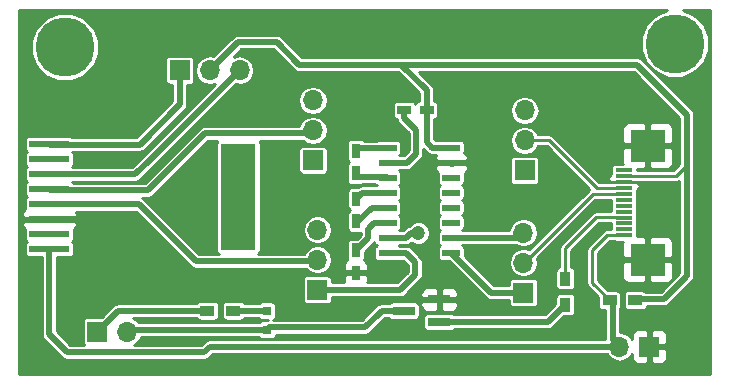
<source format=gbr>
G04 #@! TF.FileFunction,Copper,L1,Top,Signal*
%FSLAX46Y46*%
G04 Gerber Fmt 4.6, Leading zero omitted, Abs format (unit mm)*
G04 Created by KiCad (PCBNEW 4.0.6) date 07/05/17 09:07:04*
%MOMM*%
%LPD*%
G01*
G04 APERTURE LIST*
%ADD10C,0.100000*%
%ADD11C,5.000000*%
%ADD12R,3.000000X2.700000*%
%ADD13R,1.400000X0.300000*%
%ADD14R,0.750000X1.200000*%
%ADD15R,1.200000X0.750000*%
%ADD16R,0.800000X0.800000*%
%ADD17R,1.700000X1.700000*%
%ADD18O,1.700000X1.700000*%
%ADD19R,3.400000X0.600000*%
%ADD20R,3.000000X9.000000*%
%ADD21R,1.900000X0.800000*%
%ADD22R,0.900000X1.200000*%
%ADD23R,1.200000X0.900000*%
%ADD24R,1.500000X0.600000*%
%ADD25C,1.200000*%
%ADD26C,0.500000*%
%ADD27C,0.254000*%
G04 APERTURE END LIST*
D10*
D11*
X115850000Y-62750000D03*
D12*
X165190000Y-71120000D03*
X165190000Y-80780000D03*
D13*
X163190000Y-78700000D03*
X163190000Y-78200000D03*
X163190000Y-77700000D03*
X163190000Y-77200000D03*
X163190000Y-76700000D03*
X163190000Y-76200000D03*
X163190000Y-75700000D03*
X163190000Y-75200000D03*
X163190000Y-74700000D03*
X163190000Y-74200000D03*
X163190000Y-73700000D03*
X163190000Y-73200000D03*
D14*
X140490000Y-71550000D03*
X140490000Y-73450000D03*
X140530000Y-75620000D03*
X140530000Y-77520000D03*
X140480000Y-81890000D03*
X140480000Y-79990000D03*
D15*
X144590000Y-68090000D03*
X146490000Y-68090000D03*
D16*
X132950000Y-85090000D03*
X132950000Y-86690000D03*
D17*
X125580000Y-64730000D03*
D18*
X128120000Y-64730000D03*
X130660000Y-64730000D03*
D17*
X165354000Y-88138000D03*
D18*
X162814000Y-88138000D03*
D17*
X118618000Y-86868000D03*
D18*
X121158000Y-86868000D03*
D19*
X114554000Y-79883000D03*
X114554000Y-78613000D03*
X114554000Y-77343000D03*
X114554000Y-76073000D03*
X114554000Y-74803000D03*
X114554000Y-73533000D03*
X114554000Y-72263000D03*
X114554000Y-70993000D03*
D20*
X130554000Y-75438000D03*
D17*
X137240000Y-83320000D03*
D18*
X137240000Y-80780000D03*
X137240000Y-78240000D03*
D17*
X136860000Y-72350000D03*
D18*
X136860000Y-69810000D03*
X136860000Y-67270000D03*
D17*
X154790000Y-73200000D03*
D18*
X154790000Y-70660000D03*
X154790000Y-68120000D03*
D17*
X154686000Y-83566000D03*
D18*
X154686000Y-81026000D03*
X154686000Y-78486000D03*
D21*
X147550000Y-86040000D03*
X147550000Y-84140000D03*
X144550000Y-85090000D03*
D22*
X158230000Y-84580000D03*
X158230000Y-82380000D03*
D23*
X164170000Y-84190000D03*
X161970000Y-84190000D03*
X127932000Y-85090000D03*
X130132000Y-85090000D03*
D24*
X143180000Y-71295000D03*
X143180000Y-72565000D03*
X143180000Y-73835000D03*
X143180000Y-75105000D03*
X143180000Y-76375000D03*
X143180000Y-77645000D03*
X143180000Y-78915000D03*
X143180000Y-80185000D03*
X148580000Y-80185000D03*
X148580000Y-78915000D03*
X148580000Y-77645000D03*
X148580000Y-76375000D03*
X148580000Y-75105000D03*
X148580000Y-73835000D03*
X148580000Y-72565000D03*
X148580000Y-71295000D03*
D11*
X167530000Y-62470000D03*
D25*
X165380000Y-75160000D03*
X168570000Y-86370000D03*
X168550000Y-88130000D03*
X165260000Y-85910000D03*
X165850000Y-76590000D03*
X161060000Y-69030000D03*
X161000000Y-70880000D03*
X160940000Y-73050000D03*
X126880000Y-75190000D03*
X124720000Y-81720000D03*
X126460000Y-77810000D03*
X122540000Y-81720000D03*
X122570000Y-79710000D03*
X150680000Y-77190000D03*
X150710000Y-75130000D03*
X150720000Y-71770000D03*
X118060000Y-77580000D03*
X142620000Y-81870000D03*
X147580000Y-81950000D03*
X150230000Y-84160000D03*
X145790000Y-78510000D03*
D26*
X140490000Y-71550000D02*
X140720000Y-71320000D01*
X140720000Y-71320000D02*
X141580000Y-71320000D01*
D27*
X143180000Y-71295000D02*
X143155000Y-71320000D01*
D26*
X143155000Y-71320000D02*
X141580000Y-71320000D01*
X140490000Y-73450000D02*
X140800000Y-73760000D01*
X140800000Y-73760000D02*
X143105000Y-73760000D01*
D27*
X143105000Y-73760000D02*
X143180000Y-73835000D01*
D26*
X140530000Y-75620000D02*
X141045000Y-75105000D01*
X141045000Y-75105000D02*
X143180000Y-75105000D01*
X141820000Y-76390000D02*
X140690000Y-77520000D01*
X140690000Y-77520000D02*
X140530000Y-77520000D01*
D27*
X143180000Y-76375000D02*
X143165000Y-76390000D01*
D26*
X143165000Y-76390000D02*
X141820000Y-76390000D01*
D27*
X141820000Y-76390000D02*
X141810000Y-76390000D01*
X143180000Y-76375000D02*
X143165000Y-76390000D01*
X165865000Y-74255000D02*
X165380000Y-74740000D01*
X165380000Y-74740000D02*
X165380000Y-75160000D01*
X168550000Y-88130000D02*
X168570000Y-88110000D01*
X168570000Y-88110000D02*
X168570000Y-86370000D01*
X168550000Y-88130000D02*
X168570000Y-88130000D01*
X165354000Y-88138000D02*
X165260000Y-88044000D01*
X165260000Y-88044000D02*
X165260000Y-85910000D01*
X165930000Y-74190000D02*
X165865000Y-74255000D01*
X165865000Y-74255000D02*
X165850000Y-74270000D01*
X165850000Y-74270000D02*
X165850000Y-76590000D01*
X163190000Y-74200000D02*
X163200000Y-74190000D01*
X163200000Y-74190000D02*
X165930000Y-74190000D01*
X161000000Y-70880000D02*
X161060000Y-70820000D01*
X161060000Y-70820000D02*
X161060000Y-69030000D01*
X160940000Y-73050000D02*
X161000000Y-72990000D01*
X161000000Y-72990000D02*
X161000000Y-70880000D01*
X160940000Y-73460000D02*
X160940000Y-73050000D01*
X163190000Y-74200000D02*
X161670000Y-74200000D01*
X161670000Y-74200000D02*
X161670000Y-74180000D01*
X161670000Y-74180000D02*
X161660000Y-74180000D01*
X161660000Y-74180000D02*
X160940000Y-73460000D01*
D26*
X126460000Y-77810000D02*
X126880000Y-77390000D01*
X126880000Y-77390000D02*
X126880000Y-75190000D01*
X122540000Y-81720000D02*
X124720000Y-81720000D01*
X118060000Y-77580000D02*
X120190000Y-79710000D01*
X120190000Y-79710000D02*
X122570000Y-79710000D01*
X150720000Y-71770000D02*
X150710000Y-71780000D01*
X150710000Y-71780000D02*
X150710000Y-75130000D01*
X148580000Y-72565000D02*
X148585000Y-72570000D01*
X148585000Y-72570000D02*
X149920000Y-72570000D01*
X149920000Y-72570000D02*
X150720000Y-71770000D01*
X114554000Y-77343000D02*
X114597000Y-77300000D01*
X114597000Y-77300000D02*
X117780000Y-77300000D01*
X117780000Y-77300000D02*
X118060000Y-77580000D01*
X140480000Y-81890000D02*
X140500000Y-81870000D01*
X140500000Y-81870000D02*
X142620000Y-81870000D01*
X147550000Y-84140000D02*
X147580000Y-84110000D01*
X147580000Y-84110000D02*
X147580000Y-81950000D01*
X147550000Y-84140000D02*
X147570000Y-84160000D01*
X147570000Y-84160000D02*
X150230000Y-84160000D01*
D27*
X142005000Y-77685000D02*
X142045000Y-77645000D01*
D26*
X142045000Y-77645000D02*
X143180000Y-77645000D01*
X140480000Y-79990000D02*
X141550000Y-78920000D01*
X141550000Y-78920000D02*
X141550000Y-78180000D01*
D27*
X141550000Y-78180000D02*
X141570000Y-78180000D01*
X141570000Y-78180000D02*
X141570000Y-78110000D01*
X141570000Y-78110000D02*
X141580000Y-78110000D01*
D26*
X141580000Y-78110000D02*
X142005000Y-77685000D01*
D27*
X142005000Y-77685000D02*
X142010000Y-77680000D01*
D26*
X145590000Y-69810000D02*
X144590000Y-68810000D01*
X144590000Y-68810000D02*
X144590000Y-68090000D01*
D27*
X145570000Y-71800000D02*
X145590000Y-71780000D01*
D26*
X145590000Y-71780000D02*
X145590000Y-69810000D01*
D27*
X143180000Y-72565000D02*
X143185000Y-72570000D01*
D26*
X143185000Y-72570000D02*
X144480000Y-72570000D01*
X144480000Y-72570000D02*
X144800000Y-72570000D01*
X144800000Y-72570000D02*
X145570000Y-71800000D01*
D27*
X163190000Y-73700000D02*
X163200000Y-73710000D01*
X163200000Y-73710000D02*
X167570000Y-73710000D01*
X167570000Y-73710000D02*
X168520000Y-72760000D01*
D26*
X128120000Y-64730000D02*
X130510000Y-62340000D01*
X130510000Y-62340000D02*
X133780000Y-62340000D01*
X133780000Y-62340000D02*
X135700000Y-64260000D01*
D27*
X164170000Y-84190000D02*
X164260000Y-84100000D01*
D26*
X164260000Y-84100000D02*
X166550000Y-84100000D01*
X168520000Y-68500000D02*
X164280000Y-64260000D01*
X164280000Y-64260000D02*
X144330000Y-64260000D01*
D27*
X168420000Y-82230000D02*
X168520000Y-82130000D01*
D26*
X168520000Y-82130000D02*
X168520000Y-72760000D01*
X168520000Y-72760000D02*
X168520000Y-68500000D01*
D27*
X164170000Y-84190000D02*
X164260000Y-84100000D01*
X164260000Y-84100000D02*
X166550000Y-84100000D01*
D26*
X166550000Y-84100000D02*
X168420000Y-82230000D01*
D27*
X146500000Y-66430000D02*
X146490000Y-66440000D01*
D26*
X146490000Y-66440000D02*
X146490000Y-68090000D01*
X135700000Y-64260000D02*
X144330000Y-64260000D01*
X144330000Y-64260000D02*
X146500000Y-66430000D01*
D27*
X146500000Y-70810000D02*
X146490000Y-70800000D01*
D26*
X146490000Y-70800000D02*
X146490000Y-68090000D01*
D27*
X148580000Y-71295000D02*
X148575000Y-71290000D01*
D26*
X148575000Y-71290000D02*
X146980000Y-71290000D01*
X146980000Y-71290000D02*
X146500000Y-70810000D01*
X130132000Y-85090000D02*
X132950000Y-85090000D01*
X142420000Y-85340000D02*
X142670000Y-85090000D01*
X142670000Y-85090000D02*
X144550000Y-85090000D01*
D27*
X132950000Y-86690000D02*
X133150000Y-86490000D01*
D26*
X133150000Y-86490000D02*
X141120000Y-86490000D01*
X141120000Y-86490000D02*
X141270000Y-86490000D01*
X141270000Y-86490000D02*
X142420000Y-85340000D01*
D27*
X121158000Y-86868000D02*
X121336000Y-86690000D01*
D26*
X121336000Y-86690000D02*
X132950000Y-86690000D01*
X125560000Y-67640000D02*
X125580000Y-67620000D01*
X125580000Y-67620000D02*
X125580000Y-64730000D01*
X114554000Y-70993000D02*
X114581000Y-71020000D01*
X114581000Y-71020000D02*
X122180000Y-71020000D01*
X122180000Y-71020000D02*
X125560000Y-67640000D01*
D27*
X114554000Y-70993000D02*
X114567000Y-70980000D01*
D26*
X114554000Y-73533000D02*
X121333000Y-73533000D01*
X121333000Y-73533000D02*
X121837000Y-73533000D01*
X121837000Y-73533000D02*
X123060000Y-72310000D01*
X123060000Y-72310000D02*
X123060000Y-72320000D01*
X121333000Y-73533000D02*
X114554000Y-73533000D01*
X130660000Y-64730000D02*
X130650000Y-64740000D01*
X130650000Y-64740000D02*
X130420000Y-64740000D01*
X130420000Y-64740000D02*
X130420000Y-64960000D01*
X130420000Y-64960000D02*
X123060000Y-72320000D01*
X118618000Y-86868000D02*
X120396000Y-85090000D01*
X120396000Y-85090000D02*
X127932000Y-85090000D01*
D27*
X114554000Y-73533000D02*
X114561000Y-73540000D01*
D26*
X128130000Y-88138000D02*
X127648000Y-88620000D01*
X127648000Y-88620000D02*
X116050000Y-88620000D01*
X128130000Y-88138000D02*
X162814000Y-88138000D01*
D27*
X114554000Y-79883000D02*
X114530000Y-79907000D01*
D26*
X114530000Y-79907000D02*
X114530000Y-87100000D01*
X114530000Y-87100000D02*
X116050000Y-88620000D01*
X162814000Y-88138000D02*
X162250000Y-87574000D01*
X162250000Y-87574000D02*
X162250000Y-84470000D01*
D27*
X162250000Y-84470000D02*
X161970000Y-84190000D01*
X161780000Y-78690000D02*
X160510000Y-79960000D01*
X160510000Y-79960000D02*
X160510000Y-80260000D01*
X163190000Y-78700000D02*
X163180000Y-78690000D01*
X163180000Y-78690000D02*
X161780000Y-78690000D01*
X161970000Y-84190000D02*
X160510000Y-82730000D01*
X160510000Y-82730000D02*
X160510000Y-80260000D01*
X161780000Y-78690000D02*
X161790000Y-78680000D01*
X122130000Y-76080000D02*
X122123000Y-76073000D01*
D26*
X122123000Y-76073000D02*
X114554000Y-76073000D01*
D27*
X137240000Y-80780000D02*
X137110000Y-80910000D01*
D26*
X137110000Y-80910000D02*
X127010000Y-80910000D01*
D27*
X127010000Y-80910000D02*
X126960000Y-80910000D01*
D26*
X126960000Y-80910000D02*
X122130000Y-76080000D01*
X136860000Y-69810000D02*
X136600000Y-70070000D01*
X136600000Y-70070000D02*
X127730000Y-70070000D01*
X122920000Y-74880000D02*
X127730000Y-70070000D01*
D27*
X114554000Y-74803000D02*
X114631000Y-74880000D01*
D26*
X114631000Y-74880000D02*
X122920000Y-74880000D01*
X145510000Y-82070000D02*
X144260000Y-83320000D01*
X144260000Y-83320000D02*
X137240000Y-83320000D01*
X145510000Y-80980000D02*
X145510000Y-82070000D01*
D27*
X143180000Y-80185000D02*
X143215000Y-80220000D01*
D26*
X143215000Y-80220000D02*
X144760000Y-80220000D01*
D27*
X144760000Y-80220000D02*
X144760000Y-80230000D01*
D26*
X144760000Y-80230000D02*
X145510000Y-80980000D01*
D27*
X143180000Y-78915000D02*
X143195000Y-78930000D01*
D26*
X143195000Y-78930000D02*
X144720000Y-78930000D01*
X145790000Y-78510000D02*
X145440000Y-78510000D01*
X145440000Y-78510000D02*
X145140000Y-78510000D01*
X145140000Y-78510000D02*
X144720000Y-78930000D01*
D27*
X158230000Y-79820000D02*
X158230000Y-82380000D01*
X163190000Y-77200000D02*
X163180000Y-77190000D01*
X163180000Y-77190000D02*
X160860000Y-77190000D01*
X160860000Y-77190000D02*
X158230000Y-79820000D01*
X160550000Y-75210000D02*
X160560000Y-75200000D01*
X160560000Y-75200000D02*
X163190000Y-75200000D01*
X154686000Y-81026000D02*
X154700000Y-81040000D01*
X154700000Y-81040000D02*
X154700000Y-81020000D01*
X154700000Y-81020000D02*
X154790000Y-81020000D01*
X154790000Y-81020000D02*
X154790000Y-80970000D01*
X154790000Y-80970000D02*
X160550000Y-75210000D01*
X157060000Y-70870000D02*
X156850000Y-70660000D01*
X156850000Y-70660000D02*
X154790000Y-70660000D01*
X163190000Y-74700000D02*
X163180000Y-74690000D01*
X163180000Y-74690000D02*
X160890000Y-74690000D01*
X160890000Y-74690000D02*
X160880000Y-74690000D01*
X160880000Y-74690000D02*
X157060000Y-70870000D01*
X157060000Y-70870000D02*
X156990000Y-70800000D01*
D26*
X148580000Y-80185000D02*
X151961000Y-83566000D01*
X151961000Y-83566000D02*
X154686000Y-83566000D01*
X154686000Y-78486000D02*
X154257000Y-78915000D01*
X154257000Y-78915000D02*
X148580000Y-78915000D01*
X158230000Y-84580000D02*
X156770000Y-86040000D01*
X156770000Y-86040000D02*
X147550000Y-86040000D01*
D27*
G36*
X165900177Y-60026183D02*
X165089031Y-60835914D01*
X164649501Y-61894420D01*
X164648501Y-63040552D01*
X165086183Y-64099823D01*
X165895914Y-64910969D01*
X166954420Y-65350499D01*
X168100552Y-65351499D01*
X169159823Y-64913817D01*
X169970969Y-64104086D01*
X170410499Y-63045580D01*
X170411499Y-61899448D01*
X169973817Y-60840177D01*
X169164086Y-60029031D01*
X168222379Y-59638000D01*
X170486000Y-59638000D01*
X170486000Y-90476000D01*
X111962000Y-90476000D01*
X111962000Y-76916691D01*
X112219000Y-76916691D01*
X112219000Y-77057250D01*
X112377750Y-77216000D01*
X114427000Y-77216000D01*
X114427000Y-77196000D01*
X114681000Y-77196000D01*
X114681000Y-77216000D01*
X116730250Y-77216000D01*
X116889000Y-77057250D01*
X116889000Y-76916691D01*
X116800900Y-76704000D01*
X121861632Y-76704000D01*
X126513816Y-81356185D01*
X126718527Y-81492968D01*
X126960000Y-81541000D01*
X126985000Y-81536027D01*
X127010000Y-81541000D01*
X136272304Y-81541000D01*
X136345435Y-81650448D01*
X136744800Y-81917296D01*
X137215883Y-82011000D01*
X137264117Y-82011000D01*
X137735200Y-81917296D01*
X138134565Y-81650448D01*
X138401413Y-81251083D01*
X138495117Y-80780000D01*
X138401413Y-80308917D01*
X138134565Y-79909552D01*
X137735200Y-79642704D01*
X137264117Y-79549000D01*
X137215883Y-79549000D01*
X136744800Y-79642704D01*
X136345435Y-79909552D01*
X136098577Y-80279000D01*
X132227665Y-80279000D01*
X132324865Y-80216454D01*
X132411859Y-80089134D01*
X132442464Y-79938000D01*
X132442464Y-78240000D01*
X135984883Y-78240000D01*
X136078587Y-78711083D01*
X136345435Y-79110448D01*
X136744800Y-79377296D01*
X137215883Y-79471000D01*
X137264117Y-79471000D01*
X137735200Y-79377296D01*
X138134565Y-79110448D01*
X138401413Y-78711083D01*
X138495117Y-78240000D01*
X138401413Y-77768917D01*
X138134565Y-77369552D01*
X137735200Y-77102704D01*
X137264117Y-77009000D01*
X137215883Y-77009000D01*
X136744800Y-77102704D01*
X136345435Y-77369552D01*
X136078587Y-77768917D01*
X135984883Y-78240000D01*
X132442464Y-78240000D01*
X132442464Y-71500000D01*
X135621536Y-71500000D01*
X135621536Y-73200000D01*
X135648103Y-73341190D01*
X135731546Y-73470865D01*
X135858866Y-73557859D01*
X136010000Y-73588464D01*
X137710000Y-73588464D01*
X137851190Y-73561897D01*
X137980865Y-73478454D01*
X138067859Y-73351134D01*
X138098464Y-73200000D01*
X138098464Y-71500000D01*
X138071897Y-71358810D01*
X137988454Y-71229135D01*
X137861134Y-71142141D01*
X137710000Y-71111536D01*
X136010000Y-71111536D01*
X135868810Y-71138103D01*
X135739135Y-71221546D01*
X135652141Y-71348866D01*
X135621536Y-71500000D01*
X132442464Y-71500000D01*
X132442464Y-70938000D01*
X132415897Y-70796810D01*
X132354245Y-70701000D01*
X135996193Y-70701000D01*
X136364800Y-70947296D01*
X136835883Y-71041000D01*
X136884117Y-71041000D01*
X137355200Y-70947296D01*
X137754565Y-70680448D01*
X138021413Y-70281083D01*
X138115117Y-69810000D01*
X138021413Y-69338917D01*
X137754565Y-68939552D01*
X137355200Y-68672704D01*
X136884117Y-68579000D01*
X136835883Y-68579000D01*
X136364800Y-68672704D01*
X135965435Y-68939552D01*
X135698587Y-69338917D01*
X135678679Y-69439000D01*
X127730000Y-69439000D01*
X127528589Y-69479063D01*
X127488526Y-69487032D01*
X127283815Y-69623816D01*
X122658632Y-74249000D01*
X116543306Y-74249000D01*
X116532454Y-74232135D01*
X116437813Y-74167470D01*
X116443206Y-74164000D01*
X121837000Y-74164000D01*
X122078473Y-74115968D01*
X122283184Y-73979184D01*
X123476050Y-72786319D01*
X123506184Y-72766184D01*
X129002368Y-67270000D01*
X135604883Y-67270000D01*
X135698587Y-67741083D01*
X135965435Y-68140448D01*
X136364800Y-68407296D01*
X136835883Y-68501000D01*
X136884117Y-68501000D01*
X137355200Y-68407296D01*
X137754565Y-68140448D01*
X138021413Y-67741083D01*
X138115117Y-67270000D01*
X138021413Y-66798917D01*
X137754565Y-66399552D01*
X137355200Y-66132704D01*
X136884117Y-66039000D01*
X136835883Y-66039000D01*
X136364800Y-66132704D01*
X135965435Y-66399552D01*
X135698587Y-66798917D01*
X135604883Y-67270000D01*
X129002368Y-67270000D01*
X130349095Y-65923274D01*
X130660000Y-65985117D01*
X131131083Y-65891413D01*
X131530448Y-65624565D01*
X131797296Y-65225200D01*
X131891000Y-64754117D01*
X131891000Y-64705883D01*
X131797296Y-64234800D01*
X131530448Y-63835435D01*
X131131083Y-63568587D01*
X130660000Y-63474883D01*
X130188917Y-63568587D01*
X130143304Y-63599065D01*
X130771369Y-62971000D01*
X133518632Y-62971000D01*
X135253816Y-64706184D01*
X135458527Y-64842968D01*
X135700000Y-64891000D01*
X144068632Y-64891000D01*
X145859000Y-66681369D01*
X145859000Y-67332369D01*
X145748810Y-67353103D01*
X145619135Y-67436546D01*
X145539020Y-67553798D01*
X145468454Y-67444135D01*
X145341134Y-67357141D01*
X145190000Y-67326536D01*
X143990000Y-67326536D01*
X143848810Y-67353103D01*
X143719135Y-67436546D01*
X143632141Y-67563866D01*
X143601536Y-67715000D01*
X143601536Y-68465000D01*
X143628103Y-68606190D01*
X143711546Y-68735865D01*
X143838866Y-68822859D01*
X143966707Y-68848747D01*
X144007032Y-69051473D01*
X144143816Y-69256184D01*
X144959000Y-70071369D01*
X144959000Y-71518631D01*
X144538632Y-71939000D01*
X144127761Y-71939000D01*
X144113813Y-71929470D01*
X144200865Y-71873454D01*
X144287859Y-71746134D01*
X144318464Y-71595000D01*
X144318464Y-70995000D01*
X144291897Y-70853810D01*
X144208454Y-70724135D01*
X144081134Y-70637141D01*
X143930000Y-70606536D01*
X142430000Y-70606536D01*
X142288810Y-70633103D01*
X142201943Y-70689000D01*
X141149802Y-70689000D01*
X141143454Y-70679135D01*
X141016134Y-70592141D01*
X140865000Y-70561536D01*
X140115000Y-70561536D01*
X139973810Y-70588103D01*
X139844135Y-70671546D01*
X139757141Y-70798866D01*
X139726536Y-70950000D01*
X139726536Y-72150000D01*
X139753103Y-72291190D01*
X139836546Y-72420865D01*
X139953798Y-72500980D01*
X139844135Y-72571546D01*
X139757141Y-72698866D01*
X139726536Y-72850000D01*
X139726536Y-74050000D01*
X139753103Y-74191190D01*
X139836546Y-74320865D01*
X139963866Y-74407859D01*
X140115000Y-74438464D01*
X140865000Y-74438464D01*
X141006190Y-74411897D01*
X141038665Y-74391000D01*
X142141981Y-74391000D01*
X142151546Y-74405865D01*
X142246187Y-74470530D01*
X142240794Y-74474000D01*
X141045000Y-74474000D01*
X140809776Y-74520789D01*
X140803527Y-74522032D01*
X140639643Y-74631536D01*
X140155000Y-74631536D01*
X140013810Y-74658103D01*
X139884135Y-74741546D01*
X139797141Y-74868866D01*
X139766536Y-75020000D01*
X139766536Y-76220000D01*
X139793103Y-76361190D01*
X139876546Y-76490865D01*
X139993798Y-76570980D01*
X139884135Y-76641546D01*
X139797141Y-76768866D01*
X139766536Y-76920000D01*
X139766536Y-78120000D01*
X139793103Y-78261190D01*
X139876546Y-78390865D01*
X140003866Y-78477859D01*
X140155000Y-78508464D01*
X140905000Y-78508464D01*
X140919000Y-78505830D01*
X140919000Y-78658631D01*
X140576095Y-79001536D01*
X140105000Y-79001536D01*
X139963810Y-79028103D01*
X139834135Y-79111546D01*
X139747141Y-79238866D01*
X139716536Y-79390000D01*
X139716536Y-80590000D01*
X139743103Y-80731190D01*
X139753972Y-80748081D01*
X139745301Y-80751673D01*
X139566673Y-80930302D01*
X139470000Y-81163691D01*
X139470000Y-81604250D01*
X139628750Y-81763000D01*
X140353000Y-81763000D01*
X140353000Y-81743000D01*
X140607000Y-81743000D01*
X140607000Y-81763000D01*
X141331250Y-81763000D01*
X141490000Y-81604250D01*
X141490000Y-81163691D01*
X141393327Y-80930302D01*
X141214699Y-80751673D01*
X141207652Y-80748754D01*
X141212859Y-80741134D01*
X141243464Y-80590000D01*
X141243464Y-80118904D01*
X141996185Y-79366184D01*
X142053768Y-79280005D01*
X142068103Y-79356190D01*
X142151546Y-79485865D01*
X142246187Y-79550530D01*
X142159135Y-79606546D01*
X142072141Y-79733866D01*
X142041536Y-79885000D01*
X142041536Y-80485000D01*
X142068103Y-80626190D01*
X142151546Y-80755865D01*
X142278866Y-80842859D01*
X142430000Y-80873464D01*
X143930000Y-80873464D01*
X144049385Y-80851000D01*
X144488632Y-80851000D01*
X144879000Y-81241369D01*
X144879000Y-81808632D01*
X143998632Y-82689000D01*
X141459890Y-82689000D01*
X141490000Y-82616309D01*
X141490000Y-82175750D01*
X141331250Y-82017000D01*
X140607000Y-82017000D01*
X140607000Y-82037000D01*
X140353000Y-82037000D01*
X140353000Y-82017000D01*
X139628750Y-82017000D01*
X139470000Y-82175750D01*
X139470000Y-82616309D01*
X139500110Y-82689000D01*
X138478464Y-82689000D01*
X138478464Y-82470000D01*
X138451897Y-82328810D01*
X138368454Y-82199135D01*
X138241134Y-82112141D01*
X138090000Y-82081536D01*
X136390000Y-82081536D01*
X136248810Y-82108103D01*
X136119135Y-82191546D01*
X136032141Y-82318866D01*
X136001536Y-82470000D01*
X136001536Y-84170000D01*
X136028103Y-84311190D01*
X136111546Y-84440865D01*
X136238866Y-84527859D01*
X136390000Y-84558464D01*
X138090000Y-84558464D01*
X138231190Y-84531897D01*
X138360865Y-84448454D01*
X138447859Y-84321134D01*
X138478464Y-84170000D01*
X138478464Y-83951000D01*
X144260000Y-83951000D01*
X144501473Y-83902968D01*
X144706184Y-83766184D01*
X144858678Y-83613690D01*
X145965000Y-83613690D01*
X145965000Y-83854250D01*
X146123750Y-84013000D01*
X147423000Y-84013000D01*
X147423000Y-83263750D01*
X147677000Y-83263750D01*
X147677000Y-84013000D01*
X148976250Y-84013000D01*
X149135000Y-83854250D01*
X149135000Y-83613690D01*
X149038327Y-83380301D01*
X148859698Y-83201673D01*
X148626309Y-83105000D01*
X147835750Y-83105000D01*
X147677000Y-83263750D01*
X147423000Y-83263750D01*
X147264250Y-83105000D01*
X146473691Y-83105000D01*
X146240302Y-83201673D01*
X146061673Y-83380301D01*
X145965000Y-83613690D01*
X144858678Y-83613690D01*
X145956184Y-82516184D01*
X146092968Y-82311473D01*
X146141000Y-82070000D01*
X146141000Y-80980000D01*
X146092968Y-80738527D01*
X146092968Y-80738526D01*
X145956184Y-80533815D01*
X145226321Y-79803953D01*
X145206184Y-79773816D01*
X145001473Y-79637032D01*
X144760000Y-79589000D01*
X144171668Y-79589000D01*
X144130688Y-79561000D01*
X144720000Y-79561000D01*
X144961473Y-79512968D01*
X145166184Y-79376184D01*
X145217407Y-79324961D01*
X145233583Y-79341166D01*
X145594011Y-79490829D01*
X145984277Y-79491170D01*
X146344966Y-79342136D01*
X146621166Y-79066417D01*
X146770829Y-78705989D01*
X146771170Y-78315723D01*
X146622136Y-77955034D01*
X146346417Y-77678834D01*
X145985989Y-77529171D01*
X145595723Y-77528830D01*
X145235034Y-77677864D01*
X145007057Y-77905444D01*
X144898527Y-77927032D01*
X144693816Y-78063815D01*
X144458632Y-78299000D01*
X144142397Y-78299000D01*
X144113813Y-78279470D01*
X144200865Y-78223454D01*
X144287859Y-78096134D01*
X144318464Y-77945000D01*
X144318464Y-77345000D01*
X144291897Y-77203810D01*
X144208454Y-77074135D01*
X144113813Y-77009470D01*
X144200865Y-76953454D01*
X144287859Y-76826134D01*
X144318464Y-76675000D01*
X144318464Y-76075000D01*
X144291897Y-75933810D01*
X144208454Y-75804135D01*
X144113813Y-75739470D01*
X144200865Y-75683454D01*
X144287859Y-75556134D01*
X144318464Y-75405000D01*
X144318464Y-74805000D01*
X144291897Y-74663810D01*
X144208454Y-74534135D01*
X144113813Y-74469470D01*
X144200865Y-74413454D01*
X144287859Y-74286134D01*
X144318464Y-74135000D01*
X144318464Y-73535000D01*
X144291897Y-73393810D01*
X144208454Y-73264135D01*
X144116053Y-73201000D01*
X144800000Y-73201000D01*
X145041473Y-73152968D01*
X145246184Y-73016184D01*
X145411618Y-72850750D01*
X147195000Y-72850750D01*
X147195000Y-72991310D01*
X147291673Y-73224699D01*
X147468554Y-73401579D01*
X147441536Y-73535000D01*
X147441536Y-74135000D01*
X147468103Y-74276190D01*
X147551546Y-74405865D01*
X147646187Y-74470530D01*
X147559135Y-74526546D01*
X147472141Y-74653866D01*
X147441536Y-74805000D01*
X147441536Y-75405000D01*
X147468103Y-75546190D01*
X147551546Y-75675865D01*
X147646187Y-75740530D01*
X147559135Y-75796546D01*
X147472141Y-75923866D01*
X147441536Y-76075000D01*
X147441536Y-76675000D01*
X147468103Y-76816190D01*
X147551546Y-76945865D01*
X147646187Y-77010530D01*
X147559135Y-77066546D01*
X147472141Y-77193866D01*
X147441536Y-77345000D01*
X147441536Y-77945000D01*
X147468103Y-78086190D01*
X147551546Y-78215865D01*
X147646187Y-78280530D01*
X147559135Y-78336546D01*
X147472141Y-78463866D01*
X147441536Y-78615000D01*
X147441536Y-79215000D01*
X147468103Y-79356190D01*
X147551546Y-79485865D01*
X147646187Y-79550530D01*
X147559135Y-79606546D01*
X147472141Y-79733866D01*
X147441536Y-79885000D01*
X147441536Y-80485000D01*
X147468103Y-80626190D01*
X147551546Y-80755865D01*
X147678866Y-80842859D01*
X147830000Y-80873464D01*
X148376096Y-80873464D01*
X151514816Y-84012184D01*
X151719527Y-84148968D01*
X151961000Y-84197000D01*
X153447536Y-84197000D01*
X153447536Y-84416000D01*
X153474103Y-84557190D01*
X153557546Y-84686865D01*
X153684866Y-84773859D01*
X153836000Y-84804464D01*
X155536000Y-84804464D01*
X155677190Y-84777897D01*
X155806865Y-84694454D01*
X155893859Y-84567134D01*
X155924464Y-84416000D01*
X155924464Y-82716000D01*
X155897897Y-82574810D01*
X155814454Y-82445135D01*
X155687134Y-82358141D01*
X155536000Y-82327536D01*
X153836000Y-82327536D01*
X153694810Y-82354103D01*
X153565135Y-82437546D01*
X153478141Y-82564866D01*
X153447536Y-82716000D01*
X153447536Y-82935000D01*
X152222368Y-82935000D01*
X149718464Y-80431096D01*
X149718464Y-79885000D01*
X149691897Y-79743810D01*
X149608454Y-79614135D01*
X149513813Y-79549470D01*
X149519206Y-79546000D01*
X154075119Y-79546000D01*
X154190800Y-79623296D01*
X154661883Y-79717000D01*
X154710117Y-79717000D01*
X155181200Y-79623296D01*
X155580565Y-79356448D01*
X155847413Y-78957083D01*
X155941117Y-78486000D01*
X155847413Y-78014917D01*
X155580565Y-77615552D01*
X155181200Y-77348704D01*
X154710117Y-77255000D01*
X154661883Y-77255000D01*
X154190800Y-77348704D01*
X153791435Y-77615552D01*
X153524587Y-78014917D01*
X153471063Y-78284000D01*
X149520443Y-78284000D01*
X149513813Y-78279470D01*
X149600865Y-78223454D01*
X149687859Y-78096134D01*
X149718464Y-77945000D01*
X149718464Y-77345000D01*
X149691897Y-77203810D01*
X149608454Y-77074135D01*
X149513813Y-77009470D01*
X149600865Y-76953454D01*
X149687859Y-76826134D01*
X149718464Y-76675000D01*
X149718464Y-76075000D01*
X149691897Y-75933810D01*
X149608454Y-75804135D01*
X149513813Y-75739470D01*
X149600865Y-75683454D01*
X149687859Y-75556134D01*
X149718464Y-75405000D01*
X149718464Y-74805000D01*
X149691897Y-74663810D01*
X149608454Y-74534135D01*
X149513813Y-74469470D01*
X149600865Y-74413454D01*
X149687859Y-74286134D01*
X149718464Y-74135000D01*
X149718464Y-73535000D01*
X149693056Y-73399969D01*
X149868327Y-73224699D01*
X149965000Y-72991310D01*
X149965000Y-72850750D01*
X149806250Y-72692000D01*
X148707000Y-72692000D01*
X148707000Y-72712000D01*
X148453000Y-72712000D01*
X148453000Y-72692000D01*
X147353750Y-72692000D01*
X147195000Y-72850750D01*
X145411618Y-72850750D01*
X146016184Y-72246185D01*
X146024196Y-72234194D01*
X146036184Y-72226184D01*
X146172968Y-72021473D01*
X146221000Y-71780000D01*
X146221000Y-71423368D01*
X146533816Y-71736185D01*
X146724830Y-71863816D01*
X146738527Y-71872968D01*
X146980000Y-71921000D01*
X147285170Y-71921000D01*
X147195000Y-72138690D01*
X147195000Y-72279250D01*
X147353750Y-72438000D01*
X148453000Y-72438000D01*
X148453000Y-72418000D01*
X148707000Y-72418000D01*
X148707000Y-72438000D01*
X149806250Y-72438000D01*
X149894250Y-72350000D01*
X153551536Y-72350000D01*
X153551536Y-74050000D01*
X153578103Y-74191190D01*
X153661546Y-74320865D01*
X153788866Y-74407859D01*
X153940000Y-74438464D01*
X155640000Y-74438464D01*
X155781190Y-74411897D01*
X155910865Y-74328454D01*
X155997859Y-74201134D01*
X156028464Y-74050000D01*
X156028464Y-72350000D01*
X156001897Y-72208810D01*
X155918454Y-72079135D01*
X155791134Y-71992141D01*
X155640000Y-71961536D01*
X153940000Y-71961536D01*
X153798810Y-71988103D01*
X153669135Y-72071546D01*
X153582141Y-72198866D01*
X153551536Y-72350000D01*
X149894250Y-72350000D01*
X149965000Y-72279250D01*
X149965000Y-72138690D01*
X149868327Y-71905301D01*
X149691446Y-71728421D01*
X149718464Y-71595000D01*
X149718464Y-70995000D01*
X149691897Y-70853810D01*
X149608454Y-70724135D01*
X149481134Y-70637141D01*
X149330000Y-70606536D01*
X147830000Y-70606536D01*
X147688810Y-70633103D01*
X147648565Y-70659000D01*
X147241369Y-70659000D01*
X147121000Y-70538632D01*
X147121000Y-68847631D01*
X147231190Y-68826897D01*
X147360865Y-68743454D01*
X147447859Y-68616134D01*
X147478464Y-68465000D01*
X147478464Y-68120000D01*
X153534883Y-68120000D01*
X153628587Y-68591083D01*
X153895435Y-68990448D01*
X154294800Y-69257296D01*
X154765883Y-69351000D01*
X154814117Y-69351000D01*
X155285200Y-69257296D01*
X155684565Y-68990448D01*
X155951413Y-68591083D01*
X156045117Y-68120000D01*
X155951413Y-67648917D01*
X155684565Y-67249552D01*
X155285200Y-66982704D01*
X154814117Y-66889000D01*
X154765883Y-66889000D01*
X154294800Y-66982704D01*
X153895435Y-67249552D01*
X153628587Y-67648917D01*
X153534883Y-68120000D01*
X147478464Y-68120000D01*
X147478464Y-67715000D01*
X147451897Y-67573810D01*
X147368454Y-67444135D01*
X147241134Y-67357141D01*
X147121000Y-67332814D01*
X147121000Y-66480269D01*
X147130999Y-66430000D01*
X147082968Y-66188526D01*
X146946184Y-65983815D01*
X145853368Y-64891000D01*
X164018632Y-64891000D01*
X167889000Y-68761369D01*
X167889000Y-72672580D01*
X167359580Y-73202000D01*
X164278464Y-73202000D01*
X164278464Y-73105000D01*
X164904250Y-73105000D01*
X165063000Y-72946250D01*
X165063000Y-71247000D01*
X165317000Y-71247000D01*
X165317000Y-72946250D01*
X165475750Y-73105000D01*
X166816310Y-73105000D01*
X167049699Y-73008327D01*
X167228327Y-72829698D01*
X167325000Y-72596309D01*
X167325000Y-71405750D01*
X167166250Y-71247000D01*
X165317000Y-71247000D01*
X165063000Y-71247000D01*
X163213750Y-71247000D01*
X163055000Y-71405750D01*
X163055000Y-72596309D01*
X163082018Y-72661536D01*
X162490000Y-72661536D01*
X162348810Y-72688103D01*
X162219135Y-72771546D01*
X162132141Y-72898866D01*
X162101536Y-73050000D01*
X162101536Y-73350000D01*
X162121043Y-73453670D01*
X162103964Y-73538010D01*
X161951673Y-73690302D01*
X161855000Y-73923691D01*
X161855000Y-73966250D01*
X161961748Y-74072998D01*
X161855000Y-74072998D01*
X161855000Y-74182000D01*
X161090420Y-74182000D01*
X157209210Y-70300790D01*
X157044403Y-70190669D01*
X156850000Y-70152000D01*
X155926746Y-70152000D01*
X155684565Y-69789552D01*
X155466270Y-69643691D01*
X163055000Y-69643691D01*
X163055000Y-70834250D01*
X163213750Y-70993000D01*
X165063000Y-70993000D01*
X165063000Y-69293750D01*
X165317000Y-69293750D01*
X165317000Y-70993000D01*
X167166250Y-70993000D01*
X167325000Y-70834250D01*
X167325000Y-69643691D01*
X167228327Y-69410302D01*
X167049699Y-69231673D01*
X166816310Y-69135000D01*
X165475750Y-69135000D01*
X165317000Y-69293750D01*
X165063000Y-69293750D01*
X164904250Y-69135000D01*
X163563690Y-69135000D01*
X163330301Y-69231673D01*
X163151673Y-69410302D01*
X163055000Y-69643691D01*
X155466270Y-69643691D01*
X155285200Y-69522704D01*
X154814117Y-69429000D01*
X154765883Y-69429000D01*
X154294800Y-69522704D01*
X153895435Y-69789552D01*
X153628587Y-70188917D01*
X153534883Y-70660000D01*
X153628587Y-71131083D01*
X153895435Y-71530448D01*
X154294800Y-71797296D01*
X154765883Y-71891000D01*
X154814117Y-71891000D01*
X155285200Y-71797296D01*
X155684565Y-71530448D01*
X155926746Y-71168000D01*
X156639580Y-71168000D01*
X160267677Y-74796097D01*
X160200790Y-74840790D01*
X155157575Y-79884005D01*
X154710117Y-79795000D01*
X154661883Y-79795000D01*
X154190800Y-79888704D01*
X153791435Y-80155552D01*
X153524587Y-80554917D01*
X153430883Y-81026000D01*
X153524587Y-81497083D01*
X153791435Y-81896448D01*
X154190800Y-82163296D01*
X154661883Y-82257000D01*
X154710117Y-82257000D01*
X155181200Y-82163296D01*
X155580565Y-81896448D01*
X155847413Y-81497083D01*
X155941117Y-81026000D01*
X155860037Y-80618383D01*
X160770420Y-75708000D01*
X162101536Y-75708000D01*
X162101536Y-75850000D01*
X162121043Y-75953670D01*
X162101536Y-76050000D01*
X162101536Y-76350000D01*
X162121043Y-76453670D01*
X162101536Y-76550000D01*
X162101536Y-76682000D01*
X160860000Y-76682000D01*
X160665597Y-76720669D01*
X160500790Y-76830790D01*
X157870790Y-79460790D01*
X157760669Y-79625597D01*
X157722000Y-79820000D01*
X157722000Y-81402450D01*
X157638810Y-81418103D01*
X157509135Y-81501546D01*
X157422141Y-81628866D01*
X157391536Y-81780000D01*
X157391536Y-82980000D01*
X157418103Y-83121190D01*
X157501546Y-83250865D01*
X157628866Y-83337859D01*
X157780000Y-83368464D01*
X158680000Y-83368464D01*
X158821190Y-83341897D01*
X158950865Y-83258454D01*
X159037859Y-83131134D01*
X159068464Y-82980000D01*
X159068464Y-81780000D01*
X159041897Y-81638810D01*
X158958454Y-81509135D01*
X158831134Y-81422141D01*
X158738000Y-81403281D01*
X158738000Y-80030420D01*
X161070420Y-77698000D01*
X162101536Y-77698000D01*
X162101536Y-77850000D01*
X162121043Y-77953670D01*
X162101536Y-78050000D01*
X162101536Y-78182000D01*
X161840274Y-78182000D01*
X161790000Y-78172000D01*
X161595596Y-78210669D01*
X161430790Y-78320790D01*
X160150790Y-79600790D01*
X160040669Y-79765597D01*
X160002000Y-79960000D01*
X160002000Y-82730000D01*
X160040669Y-82924403D01*
X160150790Y-83089210D01*
X160981536Y-83919956D01*
X160981536Y-84640000D01*
X161008103Y-84781190D01*
X161091546Y-84910865D01*
X161218866Y-84997859D01*
X161370000Y-85028464D01*
X161619000Y-85028464D01*
X161619000Y-87507000D01*
X128130000Y-87507000D01*
X127888527Y-87555032D01*
X127683816Y-87691816D01*
X127386632Y-87989000D01*
X121689565Y-87989000D01*
X122028448Y-87762565D01*
X122295296Y-87363200D01*
X122303690Y-87321000D01*
X132245894Y-87321000D01*
X132271546Y-87360865D01*
X132398866Y-87447859D01*
X132550000Y-87478464D01*
X133350000Y-87478464D01*
X133491190Y-87451897D01*
X133620865Y-87368454D01*
X133707859Y-87241134D01*
X133732186Y-87121000D01*
X141270000Y-87121000D01*
X141511473Y-87072968D01*
X141716184Y-86936184D01*
X142866185Y-85786184D01*
X142866187Y-85786181D01*
X142931368Y-85721000D01*
X143295894Y-85721000D01*
X143321546Y-85760865D01*
X143448866Y-85847859D01*
X143600000Y-85878464D01*
X145500000Y-85878464D01*
X145641190Y-85851897D01*
X145770865Y-85768454D01*
X145857859Y-85641134D01*
X145858088Y-85640000D01*
X146211536Y-85640000D01*
X146211536Y-86440000D01*
X146238103Y-86581190D01*
X146321546Y-86710865D01*
X146448866Y-86797859D01*
X146600000Y-86828464D01*
X148500000Y-86828464D01*
X148641190Y-86801897D01*
X148770865Y-86718454D01*
X148803289Y-86671000D01*
X156770000Y-86671000D01*
X157011473Y-86622968D01*
X157216184Y-86486184D01*
X158133905Y-85568464D01*
X158680000Y-85568464D01*
X158821190Y-85541897D01*
X158950865Y-85458454D01*
X159037859Y-85331134D01*
X159068464Y-85180000D01*
X159068464Y-83980000D01*
X159041897Y-83838810D01*
X158958454Y-83709135D01*
X158831134Y-83622141D01*
X158680000Y-83591536D01*
X157780000Y-83591536D01*
X157638810Y-83618103D01*
X157509135Y-83701546D01*
X157422141Y-83828866D01*
X157391536Y-83980000D01*
X157391536Y-84526095D01*
X156508632Y-85409000D01*
X148804106Y-85409000D01*
X148778454Y-85369135D01*
X148651134Y-85282141D01*
X148500000Y-85251536D01*
X146600000Y-85251536D01*
X146458810Y-85278103D01*
X146329135Y-85361546D01*
X146242141Y-85488866D01*
X146211536Y-85640000D01*
X145858088Y-85640000D01*
X145888464Y-85490000D01*
X145888464Y-84690000D01*
X145861897Y-84548810D01*
X145782711Y-84425750D01*
X145965000Y-84425750D01*
X145965000Y-84666310D01*
X146061673Y-84899699D01*
X146240302Y-85078327D01*
X146473691Y-85175000D01*
X147264250Y-85175000D01*
X147423000Y-85016250D01*
X147423000Y-84267000D01*
X147677000Y-84267000D01*
X147677000Y-85016250D01*
X147835750Y-85175000D01*
X148626309Y-85175000D01*
X148859698Y-85078327D01*
X149038327Y-84899699D01*
X149135000Y-84666310D01*
X149135000Y-84425750D01*
X148976250Y-84267000D01*
X147677000Y-84267000D01*
X147423000Y-84267000D01*
X146123750Y-84267000D01*
X145965000Y-84425750D01*
X145782711Y-84425750D01*
X145778454Y-84419135D01*
X145651134Y-84332141D01*
X145500000Y-84301536D01*
X143600000Y-84301536D01*
X143458810Y-84328103D01*
X143329135Y-84411546D01*
X143296711Y-84459000D01*
X142670000Y-84459000D01*
X142469862Y-84498810D01*
X142428526Y-84507032D01*
X142223815Y-84643816D01*
X141973819Y-84893813D01*
X141973816Y-84893815D01*
X141008632Y-85859000D01*
X133453441Y-85859000D01*
X133491190Y-85851897D01*
X133620865Y-85768454D01*
X133707859Y-85641134D01*
X133738464Y-85490000D01*
X133738464Y-84690000D01*
X133711897Y-84548810D01*
X133628454Y-84419135D01*
X133501134Y-84332141D01*
X133350000Y-84301536D01*
X132550000Y-84301536D01*
X132408810Y-84328103D01*
X132279135Y-84411546D01*
X132246711Y-84459000D01*
X131068280Y-84459000D01*
X131010454Y-84369135D01*
X130883134Y-84282141D01*
X130732000Y-84251536D01*
X129532000Y-84251536D01*
X129390810Y-84278103D01*
X129261135Y-84361546D01*
X129174141Y-84488866D01*
X129143536Y-84640000D01*
X129143536Y-85540000D01*
X129170103Y-85681190D01*
X129253546Y-85810865D01*
X129380866Y-85897859D01*
X129532000Y-85928464D01*
X130732000Y-85928464D01*
X130873190Y-85901897D01*
X131002865Y-85818454D01*
X131069452Y-85721000D01*
X132245894Y-85721000D01*
X132271546Y-85760865D01*
X132398866Y-85847859D01*
X132550000Y-85878464D01*
X133052148Y-85878464D01*
X132936157Y-85901536D01*
X132550000Y-85901536D01*
X132408810Y-85928103D01*
X132279135Y-86011546D01*
X132246711Y-86059000D01*
X122085621Y-86059000D01*
X122028448Y-85973435D01*
X121650654Y-85721000D01*
X126995720Y-85721000D01*
X127053546Y-85810865D01*
X127180866Y-85897859D01*
X127332000Y-85928464D01*
X128532000Y-85928464D01*
X128673190Y-85901897D01*
X128802865Y-85818454D01*
X128889859Y-85691134D01*
X128920464Y-85540000D01*
X128920464Y-84640000D01*
X128893897Y-84498810D01*
X128810454Y-84369135D01*
X128683134Y-84282141D01*
X128532000Y-84251536D01*
X127332000Y-84251536D01*
X127190810Y-84278103D01*
X127061135Y-84361546D01*
X126994548Y-84459000D01*
X120396000Y-84459000D01*
X120154527Y-84507032D01*
X119949816Y-84643815D01*
X118964096Y-85629536D01*
X117768000Y-85629536D01*
X117626810Y-85656103D01*
X117497135Y-85739546D01*
X117410141Y-85866866D01*
X117379536Y-86018000D01*
X117379536Y-87718000D01*
X117406103Y-87859190D01*
X117489546Y-87988865D01*
X117489744Y-87989000D01*
X116311369Y-87989000D01*
X115161000Y-86838632D01*
X115161000Y-80571464D01*
X116254000Y-80571464D01*
X116395190Y-80544897D01*
X116524865Y-80461454D01*
X116611859Y-80334134D01*
X116642464Y-80183000D01*
X116642464Y-79583000D01*
X116615897Y-79441810D01*
X116532454Y-79312135D01*
X116437813Y-79247470D01*
X116524865Y-79191454D01*
X116611859Y-79064134D01*
X116642464Y-78913000D01*
X116642464Y-78313000D01*
X116617056Y-78177970D01*
X116792327Y-78002698D01*
X116889000Y-77769309D01*
X116889000Y-77628750D01*
X116730250Y-77470000D01*
X114681000Y-77470000D01*
X114681000Y-77490000D01*
X114427000Y-77490000D01*
X114427000Y-77470000D01*
X112377750Y-77470000D01*
X112219000Y-77628750D01*
X112219000Y-77769309D01*
X112315673Y-78002698D01*
X112492554Y-78179580D01*
X112465536Y-78313000D01*
X112465536Y-78913000D01*
X112492103Y-79054190D01*
X112575546Y-79183865D01*
X112670187Y-79248530D01*
X112583135Y-79304546D01*
X112496141Y-79431866D01*
X112465536Y-79583000D01*
X112465536Y-80183000D01*
X112492103Y-80324190D01*
X112575546Y-80453865D01*
X112702866Y-80540859D01*
X112854000Y-80571464D01*
X113899000Y-80571464D01*
X113899000Y-87100000D01*
X113941604Y-87314184D01*
X113947032Y-87341473D01*
X114083816Y-87546184D01*
X115603816Y-89066185D01*
X115808527Y-89202968D01*
X116050000Y-89251000D01*
X127648000Y-89251000D01*
X127889473Y-89202968D01*
X128094184Y-89066184D01*
X128391368Y-88769000D01*
X161767443Y-88769000D01*
X161943552Y-89032565D01*
X162342917Y-89299413D01*
X162814000Y-89393117D01*
X163285083Y-89299413D01*
X163684448Y-89032565D01*
X163869000Y-88756364D01*
X163869000Y-89114309D01*
X163965673Y-89347698D01*
X164144301Y-89526327D01*
X164377690Y-89623000D01*
X165068250Y-89623000D01*
X165227000Y-89464250D01*
X165227000Y-88265000D01*
X165481000Y-88265000D01*
X165481000Y-89464250D01*
X165639750Y-89623000D01*
X166330310Y-89623000D01*
X166563699Y-89526327D01*
X166742327Y-89347698D01*
X166839000Y-89114309D01*
X166839000Y-88423750D01*
X166680250Y-88265000D01*
X165481000Y-88265000D01*
X165227000Y-88265000D01*
X165207000Y-88265000D01*
X165207000Y-88011000D01*
X165227000Y-88011000D01*
X165227000Y-86811750D01*
X165481000Y-86811750D01*
X165481000Y-88011000D01*
X166680250Y-88011000D01*
X166839000Y-87852250D01*
X166839000Y-87161691D01*
X166742327Y-86928302D01*
X166563699Y-86749673D01*
X166330310Y-86653000D01*
X165639750Y-86653000D01*
X165481000Y-86811750D01*
X165227000Y-86811750D01*
X165068250Y-86653000D01*
X164377690Y-86653000D01*
X164144301Y-86749673D01*
X163965673Y-86928302D01*
X163869000Y-87161691D01*
X163869000Y-87519636D01*
X163684448Y-87243435D01*
X163285083Y-86976587D01*
X162881000Y-86896210D01*
X162881000Y-84859714D01*
X162927859Y-84791134D01*
X162958464Y-84640000D01*
X162958464Y-83740000D01*
X162931897Y-83598810D01*
X162848454Y-83469135D01*
X162721134Y-83382141D01*
X162570000Y-83351536D01*
X161849956Y-83351536D01*
X161018000Y-82519580D01*
X161018000Y-81065750D01*
X163055000Y-81065750D01*
X163055000Y-82256309D01*
X163151673Y-82489698D01*
X163330301Y-82668327D01*
X163563690Y-82765000D01*
X164904250Y-82765000D01*
X165063000Y-82606250D01*
X165063000Y-80907000D01*
X165317000Y-80907000D01*
X165317000Y-82606250D01*
X165475750Y-82765000D01*
X166816310Y-82765000D01*
X167049699Y-82668327D01*
X167228327Y-82489698D01*
X167325000Y-82256309D01*
X167325000Y-81065750D01*
X167166250Y-80907000D01*
X165317000Y-80907000D01*
X165063000Y-80907000D01*
X163213750Y-80907000D01*
X163055000Y-81065750D01*
X161018000Y-81065750D01*
X161018000Y-80170420D01*
X161990420Y-79198000D01*
X162324437Y-79198000D01*
X162338866Y-79207859D01*
X162490000Y-79238464D01*
X163082018Y-79238464D01*
X163055000Y-79303691D01*
X163055000Y-80494250D01*
X163213750Y-80653000D01*
X165063000Y-80653000D01*
X165063000Y-78953750D01*
X165317000Y-78953750D01*
X165317000Y-80653000D01*
X167166250Y-80653000D01*
X167325000Y-80494250D01*
X167325000Y-79303691D01*
X167228327Y-79070302D01*
X167049699Y-78891673D01*
X166816310Y-78795000D01*
X165475750Y-78795000D01*
X165317000Y-78953750D01*
X165063000Y-78953750D01*
X164904250Y-78795000D01*
X164278464Y-78795000D01*
X164278464Y-78550000D01*
X164258957Y-78446330D01*
X164278464Y-78350000D01*
X164278464Y-78050000D01*
X164258957Y-77946330D01*
X164278464Y-77850000D01*
X164278464Y-77550000D01*
X164258957Y-77446330D01*
X164278464Y-77350000D01*
X164278464Y-77050000D01*
X164258957Y-76946330D01*
X164278464Y-76850000D01*
X164278464Y-76550000D01*
X164258957Y-76446330D01*
X164278464Y-76350000D01*
X164278464Y-76050000D01*
X164258957Y-75946330D01*
X164278464Y-75850000D01*
X164278464Y-75550000D01*
X164258957Y-75446330D01*
X164278464Y-75350000D01*
X164278464Y-75050000D01*
X164258957Y-74946330D01*
X164276036Y-74861990D01*
X164428327Y-74709698D01*
X164525000Y-74476309D01*
X164525000Y-74433750D01*
X164418252Y-74327002D01*
X164525000Y-74327002D01*
X164525000Y-74218000D01*
X167570000Y-74218000D01*
X167764403Y-74179331D01*
X167889000Y-74096078D01*
X167889000Y-81868631D01*
X166288632Y-83469000D01*
X165048256Y-83469000D01*
X164921134Y-83382141D01*
X164770000Y-83351536D01*
X163570000Y-83351536D01*
X163428810Y-83378103D01*
X163299135Y-83461546D01*
X163212141Y-83588866D01*
X163181536Y-83740000D01*
X163181536Y-84640000D01*
X163208103Y-84781190D01*
X163291546Y-84910865D01*
X163418866Y-84997859D01*
X163570000Y-85028464D01*
X164770000Y-85028464D01*
X164911190Y-85001897D01*
X165040865Y-84918454D01*
X165127859Y-84791134D01*
X165140036Y-84731000D01*
X166550000Y-84731000D01*
X166791473Y-84682968D01*
X166996184Y-84546184D01*
X168866184Y-82676185D01*
X168906240Y-82616238D01*
X168966184Y-82576184D01*
X169102968Y-82371473D01*
X169151000Y-82130000D01*
X169151000Y-68500000D01*
X169102968Y-68258527D01*
X169065845Y-68202968D01*
X168966185Y-68053816D01*
X164726184Y-63813816D01*
X164521473Y-63677032D01*
X164280000Y-63629000D01*
X135961368Y-63629000D01*
X134226184Y-61893816D01*
X134021473Y-61757032D01*
X133780000Y-61709000D01*
X130510000Y-61709000D01*
X130308589Y-61749063D01*
X130268526Y-61757032D01*
X130063815Y-61893816D01*
X128422565Y-63535067D01*
X128120000Y-63474883D01*
X127648917Y-63568587D01*
X127249552Y-63835435D01*
X126982704Y-64234800D01*
X126889000Y-64705883D01*
X126889000Y-64754117D01*
X126982704Y-65225200D01*
X127249552Y-65624565D01*
X127648917Y-65891413D01*
X128120000Y-65985117D01*
X128591083Y-65891413D01*
X128606559Y-65881072D01*
X122643955Y-71843677D01*
X122613815Y-71863816D01*
X121575632Y-72902000D01*
X116444443Y-72902000D01*
X116437813Y-72897470D01*
X116524865Y-72841454D01*
X116611859Y-72714134D01*
X116642464Y-72563000D01*
X116642464Y-71963000D01*
X116615897Y-71821810D01*
X116532454Y-71692135D01*
X116472251Y-71651000D01*
X122180000Y-71651000D01*
X122421473Y-71602968D01*
X122626184Y-71466184D01*
X126006184Y-68086184D01*
X126026184Y-68066185D01*
X126162968Y-67861474D01*
X126192103Y-67715000D01*
X126211000Y-67620000D01*
X126211000Y-65968464D01*
X126430000Y-65968464D01*
X126571190Y-65941897D01*
X126700865Y-65858454D01*
X126787859Y-65731134D01*
X126818464Y-65580000D01*
X126818464Y-63880000D01*
X126791897Y-63738810D01*
X126708454Y-63609135D01*
X126581134Y-63522141D01*
X126430000Y-63491536D01*
X124730000Y-63491536D01*
X124588810Y-63518103D01*
X124459135Y-63601546D01*
X124372141Y-63728866D01*
X124341536Y-63880000D01*
X124341536Y-65580000D01*
X124368103Y-65721190D01*
X124451546Y-65850865D01*
X124578866Y-65937859D01*
X124730000Y-65968464D01*
X124949000Y-65968464D01*
X124949000Y-67358632D01*
X121918632Y-70389000D01*
X116483959Y-70389000D01*
X116405134Y-70335141D01*
X116254000Y-70304536D01*
X112854000Y-70304536D01*
X112712810Y-70331103D01*
X112583135Y-70414546D01*
X112496141Y-70541866D01*
X112465536Y-70693000D01*
X112465536Y-71293000D01*
X112492103Y-71434190D01*
X112575546Y-71563865D01*
X112670187Y-71628530D01*
X112583135Y-71684546D01*
X112496141Y-71811866D01*
X112465536Y-71963000D01*
X112465536Y-72563000D01*
X112492103Y-72704190D01*
X112575546Y-72833865D01*
X112670187Y-72898530D01*
X112583135Y-72954546D01*
X112496141Y-73081866D01*
X112465536Y-73233000D01*
X112465536Y-73833000D01*
X112492103Y-73974190D01*
X112575546Y-74103865D01*
X112670187Y-74168530D01*
X112583135Y-74224546D01*
X112496141Y-74351866D01*
X112465536Y-74503000D01*
X112465536Y-75103000D01*
X112492103Y-75244190D01*
X112575546Y-75373865D01*
X112670187Y-75438530D01*
X112583135Y-75494546D01*
X112496141Y-75621866D01*
X112465536Y-75773000D01*
X112465536Y-76373000D01*
X112490944Y-76508030D01*
X112315673Y-76683302D01*
X112219000Y-76916691D01*
X111962000Y-76916691D01*
X111962000Y-63320552D01*
X112968501Y-63320552D01*
X113406183Y-64379823D01*
X114215914Y-65190969D01*
X115274420Y-65630499D01*
X116420552Y-65631499D01*
X117479823Y-65193817D01*
X118290969Y-64384086D01*
X118730499Y-63325580D01*
X118731499Y-62179448D01*
X118293817Y-61120177D01*
X117484086Y-60309031D01*
X116425580Y-59869501D01*
X115279448Y-59868501D01*
X114220177Y-60306183D01*
X113409031Y-61115914D01*
X112969501Y-62174420D01*
X112968501Y-63320552D01*
X111962000Y-63320552D01*
X111962000Y-59638000D01*
X166839651Y-59638000D01*
X165900177Y-60026183D01*
X165900177Y-60026183D01*
G37*
X165900177Y-60026183D02*
X165089031Y-60835914D01*
X164649501Y-61894420D01*
X164648501Y-63040552D01*
X165086183Y-64099823D01*
X165895914Y-64910969D01*
X166954420Y-65350499D01*
X168100552Y-65351499D01*
X169159823Y-64913817D01*
X169970969Y-64104086D01*
X170410499Y-63045580D01*
X170411499Y-61899448D01*
X169973817Y-60840177D01*
X169164086Y-60029031D01*
X168222379Y-59638000D01*
X170486000Y-59638000D01*
X170486000Y-90476000D01*
X111962000Y-90476000D01*
X111962000Y-76916691D01*
X112219000Y-76916691D01*
X112219000Y-77057250D01*
X112377750Y-77216000D01*
X114427000Y-77216000D01*
X114427000Y-77196000D01*
X114681000Y-77196000D01*
X114681000Y-77216000D01*
X116730250Y-77216000D01*
X116889000Y-77057250D01*
X116889000Y-76916691D01*
X116800900Y-76704000D01*
X121861632Y-76704000D01*
X126513816Y-81356185D01*
X126718527Y-81492968D01*
X126960000Y-81541000D01*
X126985000Y-81536027D01*
X127010000Y-81541000D01*
X136272304Y-81541000D01*
X136345435Y-81650448D01*
X136744800Y-81917296D01*
X137215883Y-82011000D01*
X137264117Y-82011000D01*
X137735200Y-81917296D01*
X138134565Y-81650448D01*
X138401413Y-81251083D01*
X138495117Y-80780000D01*
X138401413Y-80308917D01*
X138134565Y-79909552D01*
X137735200Y-79642704D01*
X137264117Y-79549000D01*
X137215883Y-79549000D01*
X136744800Y-79642704D01*
X136345435Y-79909552D01*
X136098577Y-80279000D01*
X132227665Y-80279000D01*
X132324865Y-80216454D01*
X132411859Y-80089134D01*
X132442464Y-79938000D01*
X132442464Y-78240000D01*
X135984883Y-78240000D01*
X136078587Y-78711083D01*
X136345435Y-79110448D01*
X136744800Y-79377296D01*
X137215883Y-79471000D01*
X137264117Y-79471000D01*
X137735200Y-79377296D01*
X138134565Y-79110448D01*
X138401413Y-78711083D01*
X138495117Y-78240000D01*
X138401413Y-77768917D01*
X138134565Y-77369552D01*
X137735200Y-77102704D01*
X137264117Y-77009000D01*
X137215883Y-77009000D01*
X136744800Y-77102704D01*
X136345435Y-77369552D01*
X136078587Y-77768917D01*
X135984883Y-78240000D01*
X132442464Y-78240000D01*
X132442464Y-71500000D01*
X135621536Y-71500000D01*
X135621536Y-73200000D01*
X135648103Y-73341190D01*
X135731546Y-73470865D01*
X135858866Y-73557859D01*
X136010000Y-73588464D01*
X137710000Y-73588464D01*
X137851190Y-73561897D01*
X137980865Y-73478454D01*
X138067859Y-73351134D01*
X138098464Y-73200000D01*
X138098464Y-71500000D01*
X138071897Y-71358810D01*
X137988454Y-71229135D01*
X137861134Y-71142141D01*
X137710000Y-71111536D01*
X136010000Y-71111536D01*
X135868810Y-71138103D01*
X135739135Y-71221546D01*
X135652141Y-71348866D01*
X135621536Y-71500000D01*
X132442464Y-71500000D01*
X132442464Y-70938000D01*
X132415897Y-70796810D01*
X132354245Y-70701000D01*
X135996193Y-70701000D01*
X136364800Y-70947296D01*
X136835883Y-71041000D01*
X136884117Y-71041000D01*
X137355200Y-70947296D01*
X137754565Y-70680448D01*
X138021413Y-70281083D01*
X138115117Y-69810000D01*
X138021413Y-69338917D01*
X137754565Y-68939552D01*
X137355200Y-68672704D01*
X136884117Y-68579000D01*
X136835883Y-68579000D01*
X136364800Y-68672704D01*
X135965435Y-68939552D01*
X135698587Y-69338917D01*
X135678679Y-69439000D01*
X127730000Y-69439000D01*
X127528589Y-69479063D01*
X127488526Y-69487032D01*
X127283815Y-69623816D01*
X122658632Y-74249000D01*
X116543306Y-74249000D01*
X116532454Y-74232135D01*
X116437813Y-74167470D01*
X116443206Y-74164000D01*
X121837000Y-74164000D01*
X122078473Y-74115968D01*
X122283184Y-73979184D01*
X123476050Y-72786319D01*
X123506184Y-72766184D01*
X129002368Y-67270000D01*
X135604883Y-67270000D01*
X135698587Y-67741083D01*
X135965435Y-68140448D01*
X136364800Y-68407296D01*
X136835883Y-68501000D01*
X136884117Y-68501000D01*
X137355200Y-68407296D01*
X137754565Y-68140448D01*
X138021413Y-67741083D01*
X138115117Y-67270000D01*
X138021413Y-66798917D01*
X137754565Y-66399552D01*
X137355200Y-66132704D01*
X136884117Y-66039000D01*
X136835883Y-66039000D01*
X136364800Y-66132704D01*
X135965435Y-66399552D01*
X135698587Y-66798917D01*
X135604883Y-67270000D01*
X129002368Y-67270000D01*
X130349095Y-65923274D01*
X130660000Y-65985117D01*
X131131083Y-65891413D01*
X131530448Y-65624565D01*
X131797296Y-65225200D01*
X131891000Y-64754117D01*
X131891000Y-64705883D01*
X131797296Y-64234800D01*
X131530448Y-63835435D01*
X131131083Y-63568587D01*
X130660000Y-63474883D01*
X130188917Y-63568587D01*
X130143304Y-63599065D01*
X130771369Y-62971000D01*
X133518632Y-62971000D01*
X135253816Y-64706184D01*
X135458527Y-64842968D01*
X135700000Y-64891000D01*
X144068632Y-64891000D01*
X145859000Y-66681369D01*
X145859000Y-67332369D01*
X145748810Y-67353103D01*
X145619135Y-67436546D01*
X145539020Y-67553798D01*
X145468454Y-67444135D01*
X145341134Y-67357141D01*
X145190000Y-67326536D01*
X143990000Y-67326536D01*
X143848810Y-67353103D01*
X143719135Y-67436546D01*
X143632141Y-67563866D01*
X143601536Y-67715000D01*
X143601536Y-68465000D01*
X143628103Y-68606190D01*
X143711546Y-68735865D01*
X143838866Y-68822859D01*
X143966707Y-68848747D01*
X144007032Y-69051473D01*
X144143816Y-69256184D01*
X144959000Y-70071369D01*
X144959000Y-71518631D01*
X144538632Y-71939000D01*
X144127761Y-71939000D01*
X144113813Y-71929470D01*
X144200865Y-71873454D01*
X144287859Y-71746134D01*
X144318464Y-71595000D01*
X144318464Y-70995000D01*
X144291897Y-70853810D01*
X144208454Y-70724135D01*
X144081134Y-70637141D01*
X143930000Y-70606536D01*
X142430000Y-70606536D01*
X142288810Y-70633103D01*
X142201943Y-70689000D01*
X141149802Y-70689000D01*
X141143454Y-70679135D01*
X141016134Y-70592141D01*
X140865000Y-70561536D01*
X140115000Y-70561536D01*
X139973810Y-70588103D01*
X139844135Y-70671546D01*
X139757141Y-70798866D01*
X139726536Y-70950000D01*
X139726536Y-72150000D01*
X139753103Y-72291190D01*
X139836546Y-72420865D01*
X139953798Y-72500980D01*
X139844135Y-72571546D01*
X139757141Y-72698866D01*
X139726536Y-72850000D01*
X139726536Y-74050000D01*
X139753103Y-74191190D01*
X139836546Y-74320865D01*
X139963866Y-74407859D01*
X140115000Y-74438464D01*
X140865000Y-74438464D01*
X141006190Y-74411897D01*
X141038665Y-74391000D01*
X142141981Y-74391000D01*
X142151546Y-74405865D01*
X142246187Y-74470530D01*
X142240794Y-74474000D01*
X141045000Y-74474000D01*
X140809776Y-74520789D01*
X140803527Y-74522032D01*
X140639643Y-74631536D01*
X140155000Y-74631536D01*
X140013810Y-74658103D01*
X139884135Y-74741546D01*
X139797141Y-74868866D01*
X139766536Y-75020000D01*
X139766536Y-76220000D01*
X139793103Y-76361190D01*
X139876546Y-76490865D01*
X139993798Y-76570980D01*
X139884135Y-76641546D01*
X139797141Y-76768866D01*
X139766536Y-76920000D01*
X139766536Y-78120000D01*
X139793103Y-78261190D01*
X139876546Y-78390865D01*
X140003866Y-78477859D01*
X140155000Y-78508464D01*
X140905000Y-78508464D01*
X140919000Y-78505830D01*
X140919000Y-78658631D01*
X140576095Y-79001536D01*
X140105000Y-79001536D01*
X139963810Y-79028103D01*
X139834135Y-79111546D01*
X139747141Y-79238866D01*
X139716536Y-79390000D01*
X139716536Y-80590000D01*
X139743103Y-80731190D01*
X139753972Y-80748081D01*
X139745301Y-80751673D01*
X139566673Y-80930302D01*
X139470000Y-81163691D01*
X139470000Y-81604250D01*
X139628750Y-81763000D01*
X140353000Y-81763000D01*
X140353000Y-81743000D01*
X140607000Y-81743000D01*
X140607000Y-81763000D01*
X141331250Y-81763000D01*
X141490000Y-81604250D01*
X141490000Y-81163691D01*
X141393327Y-80930302D01*
X141214699Y-80751673D01*
X141207652Y-80748754D01*
X141212859Y-80741134D01*
X141243464Y-80590000D01*
X141243464Y-80118904D01*
X141996185Y-79366184D01*
X142053768Y-79280005D01*
X142068103Y-79356190D01*
X142151546Y-79485865D01*
X142246187Y-79550530D01*
X142159135Y-79606546D01*
X142072141Y-79733866D01*
X142041536Y-79885000D01*
X142041536Y-80485000D01*
X142068103Y-80626190D01*
X142151546Y-80755865D01*
X142278866Y-80842859D01*
X142430000Y-80873464D01*
X143930000Y-80873464D01*
X144049385Y-80851000D01*
X144488632Y-80851000D01*
X144879000Y-81241369D01*
X144879000Y-81808632D01*
X143998632Y-82689000D01*
X141459890Y-82689000D01*
X141490000Y-82616309D01*
X141490000Y-82175750D01*
X141331250Y-82017000D01*
X140607000Y-82017000D01*
X140607000Y-82037000D01*
X140353000Y-82037000D01*
X140353000Y-82017000D01*
X139628750Y-82017000D01*
X139470000Y-82175750D01*
X139470000Y-82616309D01*
X139500110Y-82689000D01*
X138478464Y-82689000D01*
X138478464Y-82470000D01*
X138451897Y-82328810D01*
X138368454Y-82199135D01*
X138241134Y-82112141D01*
X138090000Y-82081536D01*
X136390000Y-82081536D01*
X136248810Y-82108103D01*
X136119135Y-82191546D01*
X136032141Y-82318866D01*
X136001536Y-82470000D01*
X136001536Y-84170000D01*
X136028103Y-84311190D01*
X136111546Y-84440865D01*
X136238866Y-84527859D01*
X136390000Y-84558464D01*
X138090000Y-84558464D01*
X138231190Y-84531897D01*
X138360865Y-84448454D01*
X138447859Y-84321134D01*
X138478464Y-84170000D01*
X138478464Y-83951000D01*
X144260000Y-83951000D01*
X144501473Y-83902968D01*
X144706184Y-83766184D01*
X144858678Y-83613690D01*
X145965000Y-83613690D01*
X145965000Y-83854250D01*
X146123750Y-84013000D01*
X147423000Y-84013000D01*
X147423000Y-83263750D01*
X147677000Y-83263750D01*
X147677000Y-84013000D01*
X148976250Y-84013000D01*
X149135000Y-83854250D01*
X149135000Y-83613690D01*
X149038327Y-83380301D01*
X148859698Y-83201673D01*
X148626309Y-83105000D01*
X147835750Y-83105000D01*
X147677000Y-83263750D01*
X147423000Y-83263750D01*
X147264250Y-83105000D01*
X146473691Y-83105000D01*
X146240302Y-83201673D01*
X146061673Y-83380301D01*
X145965000Y-83613690D01*
X144858678Y-83613690D01*
X145956184Y-82516184D01*
X146092968Y-82311473D01*
X146141000Y-82070000D01*
X146141000Y-80980000D01*
X146092968Y-80738527D01*
X146092968Y-80738526D01*
X145956184Y-80533815D01*
X145226321Y-79803953D01*
X145206184Y-79773816D01*
X145001473Y-79637032D01*
X144760000Y-79589000D01*
X144171668Y-79589000D01*
X144130688Y-79561000D01*
X144720000Y-79561000D01*
X144961473Y-79512968D01*
X145166184Y-79376184D01*
X145217407Y-79324961D01*
X145233583Y-79341166D01*
X145594011Y-79490829D01*
X145984277Y-79491170D01*
X146344966Y-79342136D01*
X146621166Y-79066417D01*
X146770829Y-78705989D01*
X146771170Y-78315723D01*
X146622136Y-77955034D01*
X146346417Y-77678834D01*
X145985989Y-77529171D01*
X145595723Y-77528830D01*
X145235034Y-77677864D01*
X145007057Y-77905444D01*
X144898527Y-77927032D01*
X144693816Y-78063815D01*
X144458632Y-78299000D01*
X144142397Y-78299000D01*
X144113813Y-78279470D01*
X144200865Y-78223454D01*
X144287859Y-78096134D01*
X144318464Y-77945000D01*
X144318464Y-77345000D01*
X144291897Y-77203810D01*
X144208454Y-77074135D01*
X144113813Y-77009470D01*
X144200865Y-76953454D01*
X144287859Y-76826134D01*
X144318464Y-76675000D01*
X144318464Y-76075000D01*
X144291897Y-75933810D01*
X144208454Y-75804135D01*
X144113813Y-75739470D01*
X144200865Y-75683454D01*
X144287859Y-75556134D01*
X144318464Y-75405000D01*
X144318464Y-74805000D01*
X144291897Y-74663810D01*
X144208454Y-74534135D01*
X144113813Y-74469470D01*
X144200865Y-74413454D01*
X144287859Y-74286134D01*
X144318464Y-74135000D01*
X144318464Y-73535000D01*
X144291897Y-73393810D01*
X144208454Y-73264135D01*
X144116053Y-73201000D01*
X144800000Y-73201000D01*
X145041473Y-73152968D01*
X145246184Y-73016184D01*
X145411618Y-72850750D01*
X147195000Y-72850750D01*
X147195000Y-72991310D01*
X147291673Y-73224699D01*
X147468554Y-73401579D01*
X147441536Y-73535000D01*
X147441536Y-74135000D01*
X147468103Y-74276190D01*
X147551546Y-74405865D01*
X147646187Y-74470530D01*
X147559135Y-74526546D01*
X147472141Y-74653866D01*
X147441536Y-74805000D01*
X147441536Y-75405000D01*
X147468103Y-75546190D01*
X147551546Y-75675865D01*
X147646187Y-75740530D01*
X147559135Y-75796546D01*
X147472141Y-75923866D01*
X147441536Y-76075000D01*
X147441536Y-76675000D01*
X147468103Y-76816190D01*
X147551546Y-76945865D01*
X147646187Y-77010530D01*
X147559135Y-77066546D01*
X147472141Y-77193866D01*
X147441536Y-77345000D01*
X147441536Y-77945000D01*
X147468103Y-78086190D01*
X147551546Y-78215865D01*
X147646187Y-78280530D01*
X147559135Y-78336546D01*
X147472141Y-78463866D01*
X147441536Y-78615000D01*
X147441536Y-79215000D01*
X147468103Y-79356190D01*
X147551546Y-79485865D01*
X147646187Y-79550530D01*
X147559135Y-79606546D01*
X147472141Y-79733866D01*
X147441536Y-79885000D01*
X147441536Y-80485000D01*
X147468103Y-80626190D01*
X147551546Y-80755865D01*
X147678866Y-80842859D01*
X147830000Y-80873464D01*
X148376096Y-80873464D01*
X151514816Y-84012184D01*
X151719527Y-84148968D01*
X151961000Y-84197000D01*
X153447536Y-84197000D01*
X153447536Y-84416000D01*
X153474103Y-84557190D01*
X153557546Y-84686865D01*
X153684866Y-84773859D01*
X153836000Y-84804464D01*
X155536000Y-84804464D01*
X155677190Y-84777897D01*
X155806865Y-84694454D01*
X155893859Y-84567134D01*
X155924464Y-84416000D01*
X155924464Y-82716000D01*
X155897897Y-82574810D01*
X155814454Y-82445135D01*
X155687134Y-82358141D01*
X155536000Y-82327536D01*
X153836000Y-82327536D01*
X153694810Y-82354103D01*
X153565135Y-82437546D01*
X153478141Y-82564866D01*
X153447536Y-82716000D01*
X153447536Y-82935000D01*
X152222368Y-82935000D01*
X149718464Y-80431096D01*
X149718464Y-79885000D01*
X149691897Y-79743810D01*
X149608454Y-79614135D01*
X149513813Y-79549470D01*
X149519206Y-79546000D01*
X154075119Y-79546000D01*
X154190800Y-79623296D01*
X154661883Y-79717000D01*
X154710117Y-79717000D01*
X155181200Y-79623296D01*
X155580565Y-79356448D01*
X155847413Y-78957083D01*
X155941117Y-78486000D01*
X155847413Y-78014917D01*
X155580565Y-77615552D01*
X155181200Y-77348704D01*
X154710117Y-77255000D01*
X154661883Y-77255000D01*
X154190800Y-77348704D01*
X153791435Y-77615552D01*
X153524587Y-78014917D01*
X153471063Y-78284000D01*
X149520443Y-78284000D01*
X149513813Y-78279470D01*
X149600865Y-78223454D01*
X149687859Y-78096134D01*
X149718464Y-77945000D01*
X149718464Y-77345000D01*
X149691897Y-77203810D01*
X149608454Y-77074135D01*
X149513813Y-77009470D01*
X149600865Y-76953454D01*
X149687859Y-76826134D01*
X149718464Y-76675000D01*
X149718464Y-76075000D01*
X149691897Y-75933810D01*
X149608454Y-75804135D01*
X149513813Y-75739470D01*
X149600865Y-75683454D01*
X149687859Y-75556134D01*
X149718464Y-75405000D01*
X149718464Y-74805000D01*
X149691897Y-74663810D01*
X149608454Y-74534135D01*
X149513813Y-74469470D01*
X149600865Y-74413454D01*
X149687859Y-74286134D01*
X149718464Y-74135000D01*
X149718464Y-73535000D01*
X149693056Y-73399969D01*
X149868327Y-73224699D01*
X149965000Y-72991310D01*
X149965000Y-72850750D01*
X149806250Y-72692000D01*
X148707000Y-72692000D01*
X148707000Y-72712000D01*
X148453000Y-72712000D01*
X148453000Y-72692000D01*
X147353750Y-72692000D01*
X147195000Y-72850750D01*
X145411618Y-72850750D01*
X146016184Y-72246185D01*
X146024196Y-72234194D01*
X146036184Y-72226184D01*
X146172968Y-72021473D01*
X146221000Y-71780000D01*
X146221000Y-71423368D01*
X146533816Y-71736185D01*
X146724830Y-71863816D01*
X146738527Y-71872968D01*
X146980000Y-71921000D01*
X147285170Y-71921000D01*
X147195000Y-72138690D01*
X147195000Y-72279250D01*
X147353750Y-72438000D01*
X148453000Y-72438000D01*
X148453000Y-72418000D01*
X148707000Y-72418000D01*
X148707000Y-72438000D01*
X149806250Y-72438000D01*
X149894250Y-72350000D01*
X153551536Y-72350000D01*
X153551536Y-74050000D01*
X153578103Y-74191190D01*
X153661546Y-74320865D01*
X153788866Y-74407859D01*
X153940000Y-74438464D01*
X155640000Y-74438464D01*
X155781190Y-74411897D01*
X155910865Y-74328454D01*
X155997859Y-74201134D01*
X156028464Y-74050000D01*
X156028464Y-72350000D01*
X156001897Y-72208810D01*
X155918454Y-72079135D01*
X155791134Y-71992141D01*
X155640000Y-71961536D01*
X153940000Y-71961536D01*
X153798810Y-71988103D01*
X153669135Y-72071546D01*
X153582141Y-72198866D01*
X153551536Y-72350000D01*
X149894250Y-72350000D01*
X149965000Y-72279250D01*
X149965000Y-72138690D01*
X149868327Y-71905301D01*
X149691446Y-71728421D01*
X149718464Y-71595000D01*
X149718464Y-70995000D01*
X149691897Y-70853810D01*
X149608454Y-70724135D01*
X149481134Y-70637141D01*
X149330000Y-70606536D01*
X147830000Y-70606536D01*
X147688810Y-70633103D01*
X147648565Y-70659000D01*
X147241369Y-70659000D01*
X147121000Y-70538632D01*
X147121000Y-68847631D01*
X147231190Y-68826897D01*
X147360865Y-68743454D01*
X147447859Y-68616134D01*
X147478464Y-68465000D01*
X147478464Y-68120000D01*
X153534883Y-68120000D01*
X153628587Y-68591083D01*
X153895435Y-68990448D01*
X154294800Y-69257296D01*
X154765883Y-69351000D01*
X154814117Y-69351000D01*
X155285200Y-69257296D01*
X155684565Y-68990448D01*
X155951413Y-68591083D01*
X156045117Y-68120000D01*
X155951413Y-67648917D01*
X155684565Y-67249552D01*
X155285200Y-66982704D01*
X154814117Y-66889000D01*
X154765883Y-66889000D01*
X154294800Y-66982704D01*
X153895435Y-67249552D01*
X153628587Y-67648917D01*
X153534883Y-68120000D01*
X147478464Y-68120000D01*
X147478464Y-67715000D01*
X147451897Y-67573810D01*
X147368454Y-67444135D01*
X147241134Y-67357141D01*
X147121000Y-67332814D01*
X147121000Y-66480269D01*
X147130999Y-66430000D01*
X147082968Y-66188526D01*
X146946184Y-65983815D01*
X145853368Y-64891000D01*
X164018632Y-64891000D01*
X167889000Y-68761369D01*
X167889000Y-72672580D01*
X167359580Y-73202000D01*
X164278464Y-73202000D01*
X164278464Y-73105000D01*
X164904250Y-73105000D01*
X165063000Y-72946250D01*
X165063000Y-71247000D01*
X165317000Y-71247000D01*
X165317000Y-72946250D01*
X165475750Y-73105000D01*
X166816310Y-73105000D01*
X167049699Y-73008327D01*
X167228327Y-72829698D01*
X167325000Y-72596309D01*
X167325000Y-71405750D01*
X167166250Y-71247000D01*
X165317000Y-71247000D01*
X165063000Y-71247000D01*
X163213750Y-71247000D01*
X163055000Y-71405750D01*
X163055000Y-72596309D01*
X163082018Y-72661536D01*
X162490000Y-72661536D01*
X162348810Y-72688103D01*
X162219135Y-72771546D01*
X162132141Y-72898866D01*
X162101536Y-73050000D01*
X162101536Y-73350000D01*
X162121043Y-73453670D01*
X162103964Y-73538010D01*
X161951673Y-73690302D01*
X161855000Y-73923691D01*
X161855000Y-73966250D01*
X161961748Y-74072998D01*
X161855000Y-74072998D01*
X161855000Y-74182000D01*
X161090420Y-74182000D01*
X157209210Y-70300790D01*
X157044403Y-70190669D01*
X156850000Y-70152000D01*
X155926746Y-70152000D01*
X155684565Y-69789552D01*
X155466270Y-69643691D01*
X163055000Y-69643691D01*
X163055000Y-70834250D01*
X163213750Y-70993000D01*
X165063000Y-70993000D01*
X165063000Y-69293750D01*
X165317000Y-69293750D01*
X165317000Y-70993000D01*
X167166250Y-70993000D01*
X167325000Y-70834250D01*
X167325000Y-69643691D01*
X167228327Y-69410302D01*
X167049699Y-69231673D01*
X166816310Y-69135000D01*
X165475750Y-69135000D01*
X165317000Y-69293750D01*
X165063000Y-69293750D01*
X164904250Y-69135000D01*
X163563690Y-69135000D01*
X163330301Y-69231673D01*
X163151673Y-69410302D01*
X163055000Y-69643691D01*
X155466270Y-69643691D01*
X155285200Y-69522704D01*
X154814117Y-69429000D01*
X154765883Y-69429000D01*
X154294800Y-69522704D01*
X153895435Y-69789552D01*
X153628587Y-70188917D01*
X153534883Y-70660000D01*
X153628587Y-71131083D01*
X153895435Y-71530448D01*
X154294800Y-71797296D01*
X154765883Y-71891000D01*
X154814117Y-71891000D01*
X155285200Y-71797296D01*
X155684565Y-71530448D01*
X155926746Y-71168000D01*
X156639580Y-71168000D01*
X160267677Y-74796097D01*
X160200790Y-74840790D01*
X155157575Y-79884005D01*
X154710117Y-79795000D01*
X154661883Y-79795000D01*
X154190800Y-79888704D01*
X153791435Y-80155552D01*
X153524587Y-80554917D01*
X153430883Y-81026000D01*
X153524587Y-81497083D01*
X153791435Y-81896448D01*
X154190800Y-82163296D01*
X154661883Y-82257000D01*
X154710117Y-82257000D01*
X155181200Y-82163296D01*
X155580565Y-81896448D01*
X155847413Y-81497083D01*
X155941117Y-81026000D01*
X155860037Y-80618383D01*
X160770420Y-75708000D01*
X162101536Y-75708000D01*
X162101536Y-75850000D01*
X162121043Y-75953670D01*
X162101536Y-76050000D01*
X162101536Y-76350000D01*
X162121043Y-76453670D01*
X162101536Y-76550000D01*
X162101536Y-76682000D01*
X160860000Y-76682000D01*
X160665597Y-76720669D01*
X160500790Y-76830790D01*
X157870790Y-79460790D01*
X157760669Y-79625597D01*
X157722000Y-79820000D01*
X157722000Y-81402450D01*
X157638810Y-81418103D01*
X157509135Y-81501546D01*
X157422141Y-81628866D01*
X157391536Y-81780000D01*
X157391536Y-82980000D01*
X157418103Y-83121190D01*
X157501546Y-83250865D01*
X157628866Y-83337859D01*
X157780000Y-83368464D01*
X158680000Y-83368464D01*
X158821190Y-83341897D01*
X158950865Y-83258454D01*
X159037859Y-83131134D01*
X159068464Y-82980000D01*
X159068464Y-81780000D01*
X159041897Y-81638810D01*
X158958454Y-81509135D01*
X158831134Y-81422141D01*
X158738000Y-81403281D01*
X158738000Y-80030420D01*
X161070420Y-77698000D01*
X162101536Y-77698000D01*
X162101536Y-77850000D01*
X162121043Y-77953670D01*
X162101536Y-78050000D01*
X162101536Y-78182000D01*
X161840274Y-78182000D01*
X161790000Y-78172000D01*
X161595596Y-78210669D01*
X161430790Y-78320790D01*
X160150790Y-79600790D01*
X160040669Y-79765597D01*
X160002000Y-79960000D01*
X160002000Y-82730000D01*
X160040669Y-82924403D01*
X160150790Y-83089210D01*
X160981536Y-83919956D01*
X160981536Y-84640000D01*
X161008103Y-84781190D01*
X161091546Y-84910865D01*
X161218866Y-84997859D01*
X161370000Y-85028464D01*
X161619000Y-85028464D01*
X161619000Y-87507000D01*
X128130000Y-87507000D01*
X127888527Y-87555032D01*
X127683816Y-87691816D01*
X127386632Y-87989000D01*
X121689565Y-87989000D01*
X122028448Y-87762565D01*
X122295296Y-87363200D01*
X122303690Y-87321000D01*
X132245894Y-87321000D01*
X132271546Y-87360865D01*
X132398866Y-87447859D01*
X132550000Y-87478464D01*
X133350000Y-87478464D01*
X133491190Y-87451897D01*
X133620865Y-87368454D01*
X133707859Y-87241134D01*
X133732186Y-87121000D01*
X141270000Y-87121000D01*
X141511473Y-87072968D01*
X141716184Y-86936184D01*
X142866185Y-85786184D01*
X142866187Y-85786181D01*
X142931368Y-85721000D01*
X143295894Y-85721000D01*
X143321546Y-85760865D01*
X143448866Y-85847859D01*
X143600000Y-85878464D01*
X145500000Y-85878464D01*
X145641190Y-85851897D01*
X145770865Y-85768454D01*
X145857859Y-85641134D01*
X145858088Y-85640000D01*
X146211536Y-85640000D01*
X146211536Y-86440000D01*
X146238103Y-86581190D01*
X146321546Y-86710865D01*
X146448866Y-86797859D01*
X146600000Y-86828464D01*
X148500000Y-86828464D01*
X148641190Y-86801897D01*
X148770865Y-86718454D01*
X148803289Y-86671000D01*
X156770000Y-86671000D01*
X157011473Y-86622968D01*
X157216184Y-86486184D01*
X158133905Y-85568464D01*
X158680000Y-85568464D01*
X158821190Y-85541897D01*
X158950865Y-85458454D01*
X159037859Y-85331134D01*
X159068464Y-85180000D01*
X159068464Y-83980000D01*
X159041897Y-83838810D01*
X158958454Y-83709135D01*
X158831134Y-83622141D01*
X158680000Y-83591536D01*
X157780000Y-83591536D01*
X157638810Y-83618103D01*
X157509135Y-83701546D01*
X157422141Y-83828866D01*
X157391536Y-83980000D01*
X157391536Y-84526095D01*
X156508632Y-85409000D01*
X148804106Y-85409000D01*
X148778454Y-85369135D01*
X148651134Y-85282141D01*
X148500000Y-85251536D01*
X146600000Y-85251536D01*
X146458810Y-85278103D01*
X146329135Y-85361546D01*
X146242141Y-85488866D01*
X146211536Y-85640000D01*
X145858088Y-85640000D01*
X145888464Y-85490000D01*
X145888464Y-84690000D01*
X145861897Y-84548810D01*
X145782711Y-84425750D01*
X145965000Y-84425750D01*
X145965000Y-84666310D01*
X146061673Y-84899699D01*
X146240302Y-85078327D01*
X146473691Y-85175000D01*
X147264250Y-85175000D01*
X147423000Y-85016250D01*
X147423000Y-84267000D01*
X147677000Y-84267000D01*
X147677000Y-85016250D01*
X147835750Y-85175000D01*
X148626309Y-85175000D01*
X148859698Y-85078327D01*
X149038327Y-84899699D01*
X149135000Y-84666310D01*
X149135000Y-84425750D01*
X148976250Y-84267000D01*
X147677000Y-84267000D01*
X147423000Y-84267000D01*
X146123750Y-84267000D01*
X145965000Y-84425750D01*
X145782711Y-84425750D01*
X145778454Y-84419135D01*
X145651134Y-84332141D01*
X145500000Y-84301536D01*
X143600000Y-84301536D01*
X143458810Y-84328103D01*
X143329135Y-84411546D01*
X143296711Y-84459000D01*
X142670000Y-84459000D01*
X142469862Y-84498810D01*
X142428526Y-84507032D01*
X142223815Y-84643816D01*
X141973819Y-84893813D01*
X141973816Y-84893815D01*
X141008632Y-85859000D01*
X133453441Y-85859000D01*
X133491190Y-85851897D01*
X133620865Y-85768454D01*
X133707859Y-85641134D01*
X133738464Y-85490000D01*
X133738464Y-84690000D01*
X133711897Y-84548810D01*
X133628454Y-84419135D01*
X133501134Y-84332141D01*
X133350000Y-84301536D01*
X132550000Y-84301536D01*
X132408810Y-84328103D01*
X132279135Y-84411546D01*
X132246711Y-84459000D01*
X131068280Y-84459000D01*
X131010454Y-84369135D01*
X130883134Y-84282141D01*
X130732000Y-84251536D01*
X129532000Y-84251536D01*
X129390810Y-84278103D01*
X129261135Y-84361546D01*
X129174141Y-84488866D01*
X129143536Y-84640000D01*
X129143536Y-85540000D01*
X129170103Y-85681190D01*
X129253546Y-85810865D01*
X129380866Y-85897859D01*
X129532000Y-85928464D01*
X130732000Y-85928464D01*
X130873190Y-85901897D01*
X131002865Y-85818454D01*
X131069452Y-85721000D01*
X132245894Y-85721000D01*
X132271546Y-85760865D01*
X132398866Y-85847859D01*
X132550000Y-85878464D01*
X133052148Y-85878464D01*
X132936157Y-85901536D01*
X132550000Y-85901536D01*
X132408810Y-85928103D01*
X132279135Y-86011546D01*
X132246711Y-86059000D01*
X122085621Y-86059000D01*
X122028448Y-85973435D01*
X121650654Y-85721000D01*
X126995720Y-85721000D01*
X127053546Y-85810865D01*
X127180866Y-85897859D01*
X127332000Y-85928464D01*
X128532000Y-85928464D01*
X128673190Y-85901897D01*
X128802865Y-85818454D01*
X128889859Y-85691134D01*
X128920464Y-85540000D01*
X128920464Y-84640000D01*
X128893897Y-84498810D01*
X128810454Y-84369135D01*
X128683134Y-84282141D01*
X128532000Y-84251536D01*
X127332000Y-84251536D01*
X127190810Y-84278103D01*
X127061135Y-84361546D01*
X126994548Y-84459000D01*
X120396000Y-84459000D01*
X120154527Y-84507032D01*
X119949816Y-84643815D01*
X118964096Y-85629536D01*
X117768000Y-85629536D01*
X117626810Y-85656103D01*
X117497135Y-85739546D01*
X117410141Y-85866866D01*
X117379536Y-86018000D01*
X117379536Y-87718000D01*
X117406103Y-87859190D01*
X117489546Y-87988865D01*
X117489744Y-87989000D01*
X116311369Y-87989000D01*
X115161000Y-86838632D01*
X115161000Y-80571464D01*
X116254000Y-80571464D01*
X116395190Y-80544897D01*
X116524865Y-80461454D01*
X116611859Y-80334134D01*
X116642464Y-80183000D01*
X116642464Y-79583000D01*
X116615897Y-79441810D01*
X116532454Y-79312135D01*
X116437813Y-79247470D01*
X116524865Y-79191454D01*
X116611859Y-79064134D01*
X116642464Y-78913000D01*
X116642464Y-78313000D01*
X116617056Y-78177970D01*
X116792327Y-78002698D01*
X116889000Y-77769309D01*
X116889000Y-77628750D01*
X116730250Y-77470000D01*
X114681000Y-77470000D01*
X114681000Y-77490000D01*
X114427000Y-77490000D01*
X114427000Y-77470000D01*
X112377750Y-77470000D01*
X112219000Y-77628750D01*
X112219000Y-77769309D01*
X112315673Y-78002698D01*
X112492554Y-78179580D01*
X112465536Y-78313000D01*
X112465536Y-78913000D01*
X112492103Y-79054190D01*
X112575546Y-79183865D01*
X112670187Y-79248530D01*
X112583135Y-79304546D01*
X112496141Y-79431866D01*
X112465536Y-79583000D01*
X112465536Y-80183000D01*
X112492103Y-80324190D01*
X112575546Y-80453865D01*
X112702866Y-80540859D01*
X112854000Y-80571464D01*
X113899000Y-80571464D01*
X113899000Y-87100000D01*
X113941604Y-87314184D01*
X113947032Y-87341473D01*
X114083816Y-87546184D01*
X115603816Y-89066185D01*
X115808527Y-89202968D01*
X116050000Y-89251000D01*
X127648000Y-89251000D01*
X127889473Y-89202968D01*
X128094184Y-89066184D01*
X128391368Y-88769000D01*
X161767443Y-88769000D01*
X161943552Y-89032565D01*
X162342917Y-89299413D01*
X162814000Y-89393117D01*
X163285083Y-89299413D01*
X163684448Y-89032565D01*
X163869000Y-88756364D01*
X163869000Y-89114309D01*
X163965673Y-89347698D01*
X164144301Y-89526327D01*
X164377690Y-89623000D01*
X165068250Y-89623000D01*
X165227000Y-89464250D01*
X165227000Y-88265000D01*
X165481000Y-88265000D01*
X165481000Y-89464250D01*
X165639750Y-89623000D01*
X166330310Y-89623000D01*
X166563699Y-89526327D01*
X166742327Y-89347698D01*
X166839000Y-89114309D01*
X166839000Y-88423750D01*
X166680250Y-88265000D01*
X165481000Y-88265000D01*
X165227000Y-88265000D01*
X165207000Y-88265000D01*
X165207000Y-88011000D01*
X165227000Y-88011000D01*
X165227000Y-86811750D01*
X165481000Y-86811750D01*
X165481000Y-88011000D01*
X166680250Y-88011000D01*
X166839000Y-87852250D01*
X166839000Y-87161691D01*
X166742327Y-86928302D01*
X166563699Y-86749673D01*
X166330310Y-86653000D01*
X165639750Y-86653000D01*
X165481000Y-86811750D01*
X165227000Y-86811750D01*
X165068250Y-86653000D01*
X164377690Y-86653000D01*
X164144301Y-86749673D01*
X163965673Y-86928302D01*
X163869000Y-87161691D01*
X163869000Y-87519636D01*
X163684448Y-87243435D01*
X163285083Y-86976587D01*
X162881000Y-86896210D01*
X162881000Y-84859714D01*
X162927859Y-84791134D01*
X162958464Y-84640000D01*
X162958464Y-83740000D01*
X162931897Y-83598810D01*
X162848454Y-83469135D01*
X162721134Y-83382141D01*
X162570000Y-83351536D01*
X161849956Y-83351536D01*
X161018000Y-82519580D01*
X161018000Y-81065750D01*
X163055000Y-81065750D01*
X163055000Y-82256309D01*
X163151673Y-82489698D01*
X163330301Y-82668327D01*
X163563690Y-82765000D01*
X164904250Y-82765000D01*
X165063000Y-82606250D01*
X165063000Y-80907000D01*
X165317000Y-80907000D01*
X165317000Y-82606250D01*
X165475750Y-82765000D01*
X166816310Y-82765000D01*
X167049699Y-82668327D01*
X167228327Y-82489698D01*
X167325000Y-82256309D01*
X167325000Y-81065750D01*
X167166250Y-80907000D01*
X165317000Y-80907000D01*
X165063000Y-80907000D01*
X163213750Y-80907000D01*
X163055000Y-81065750D01*
X161018000Y-81065750D01*
X161018000Y-80170420D01*
X161990420Y-79198000D01*
X162324437Y-79198000D01*
X162338866Y-79207859D01*
X162490000Y-79238464D01*
X163082018Y-79238464D01*
X163055000Y-79303691D01*
X163055000Y-80494250D01*
X163213750Y-80653000D01*
X165063000Y-80653000D01*
X165063000Y-78953750D01*
X165317000Y-78953750D01*
X165317000Y-80653000D01*
X167166250Y-80653000D01*
X167325000Y-80494250D01*
X167325000Y-79303691D01*
X167228327Y-79070302D01*
X167049699Y-78891673D01*
X166816310Y-78795000D01*
X165475750Y-78795000D01*
X165317000Y-78953750D01*
X165063000Y-78953750D01*
X164904250Y-78795000D01*
X164278464Y-78795000D01*
X164278464Y-78550000D01*
X164258957Y-78446330D01*
X164278464Y-78350000D01*
X164278464Y-78050000D01*
X164258957Y-77946330D01*
X164278464Y-77850000D01*
X164278464Y-77550000D01*
X164258957Y-77446330D01*
X164278464Y-77350000D01*
X164278464Y-77050000D01*
X164258957Y-76946330D01*
X164278464Y-76850000D01*
X164278464Y-76550000D01*
X164258957Y-76446330D01*
X164278464Y-76350000D01*
X164278464Y-76050000D01*
X164258957Y-75946330D01*
X164278464Y-75850000D01*
X164278464Y-75550000D01*
X164258957Y-75446330D01*
X164278464Y-75350000D01*
X164278464Y-75050000D01*
X164258957Y-74946330D01*
X164276036Y-74861990D01*
X164428327Y-74709698D01*
X164525000Y-74476309D01*
X164525000Y-74433750D01*
X164418252Y-74327002D01*
X164525000Y-74327002D01*
X164525000Y-74218000D01*
X167570000Y-74218000D01*
X167764403Y-74179331D01*
X167889000Y-74096078D01*
X167889000Y-81868631D01*
X166288632Y-83469000D01*
X165048256Y-83469000D01*
X164921134Y-83382141D01*
X164770000Y-83351536D01*
X163570000Y-83351536D01*
X163428810Y-83378103D01*
X163299135Y-83461546D01*
X163212141Y-83588866D01*
X163181536Y-83740000D01*
X163181536Y-84640000D01*
X163208103Y-84781190D01*
X163291546Y-84910865D01*
X163418866Y-84997859D01*
X163570000Y-85028464D01*
X164770000Y-85028464D01*
X164911190Y-85001897D01*
X165040865Y-84918454D01*
X165127859Y-84791134D01*
X165140036Y-84731000D01*
X166550000Y-84731000D01*
X166791473Y-84682968D01*
X166996184Y-84546184D01*
X168866184Y-82676185D01*
X168906240Y-82616238D01*
X168966184Y-82576184D01*
X169102968Y-82371473D01*
X169151000Y-82130000D01*
X169151000Y-68500000D01*
X169102968Y-68258527D01*
X169065845Y-68202968D01*
X168966185Y-68053816D01*
X164726184Y-63813816D01*
X164521473Y-63677032D01*
X164280000Y-63629000D01*
X135961368Y-63629000D01*
X134226184Y-61893816D01*
X134021473Y-61757032D01*
X133780000Y-61709000D01*
X130510000Y-61709000D01*
X130308589Y-61749063D01*
X130268526Y-61757032D01*
X130063815Y-61893816D01*
X128422565Y-63535067D01*
X128120000Y-63474883D01*
X127648917Y-63568587D01*
X127249552Y-63835435D01*
X126982704Y-64234800D01*
X126889000Y-64705883D01*
X126889000Y-64754117D01*
X126982704Y-65225200D01*
X127249552Y-65624565D01*
X127648917Y-65891413D01*
X128120000Y-65985117D01*
X128591083Y-65891413D01*
X128606559Y-65881072D01*
X122643955Y-71843677D01*
X122613815Y-71863816D01*
X121575632Y-72902000D01*
X116444443Y-72902000D01*
X116437813Y-72897470D01*
X116524865Y-72841454D01*
X116611859Y-72714134D01*
X116642464Y-72563000D01*
X116642464Y-71963000D01*
X116615897Y-71821810D01*
X116532454Y-71692135D01*
X116472251Y-71651000D01*
X122180000Y-71651000D01*
X122421473Y-71602968D01*
X122626184Y-71466184D01*
X126006184Y-68086184D01*
X126026184Y-68066185D01*
X126162968Y-67861474D01*
X126192103Y-67715000D01*
X126211000Y-67620000D01*
X126211000Y-65968464D01*
X126430000Y-65968464D01*
X126571190Y-65941897D01*
X126700865Y-65858454D01*
X126787859Y-65731134D01*
X126818464Y-65580000D01*
X126818464Y-63880000D01*
X126791897Y-63738810D01*
X126708454Y-63609135D01*
X126581134Y-63522141D01*
X126430000Y-63491536D01*
X124730000Y-63491536D01*
X124588810Y-63518103D01*
X124459135Y-63601546D01*
X124372141Y-63728866D01*
X124341536Y-63880000D01*
X124341536Y-65580000D01*
X124368103Y-65721190D01*
X124451546Y-65850865D01*
X124578866Y-65937859D01*
X124730000Y-65968464D01*
X124949000Y-65968464D01*
X124949000Y-67358632D01*
X121918632Y-70389000D01*
X116483959Y-70389000D01*
X116405134Y-70335141D01*
X116254000Y-70304536D01*
X112854000Y-70304536D01*
X112712810Y-70331103D01*
X112583135Y-70414546D01*
X112496141Y-70541866D01*
X112465536Y-70693000D01*
X112465536Y-71293000D01*
X112492103Y-71434190D01*
X112575546Y-71563865D01*
X112670187Y-71628530D01*
X112583135Y-71684546D01*
X112496141Y-71811866D01*
X112465536Y-71963000D01*
X112465536Y-72563000D01*
X112492103Y-72704190D01*
X112575546Y-72833865D01*
X112670187Y-72898530D01*
X112583135Y-72954546D01*
X112496141Y-73081866D01*
X112465536Y-73233000D01*
X112465536Y-73833000D01*
X112492103Y-73974190D01*
X112575546Y-74103865D01*
X112670187Y-74168530D01*
X112583135Y-74224546D01*
X112496141Y-74351866D01*
X112465536Y-74503000D01*
X112465536Y-75103000D01*
X112492103Y-75244190D01*
X112575546Y-75373865D01*
X112670187Y-75438530D01*
X112583135Y-75494546D01*
X112496141Y-75621866D01*
X112465536Y-75773000D01*
X112465536Y-76373000D01*
X112490944Y-76508030D01*
X112315673Y-76683302D01*
X112219000Y-76916691D01*
X111962000Y-76916691D01*
X111962000Y-63320552D01*
X112968501Y-63320552D01*
X113406183Y-64379823D01*
X114215914Y-65190969D01*
X115274420Y-65630499D01*
X116420552Y-65631499D01*
X117479823Y-65193817D01*
X118290969Y-64384086D01*
X118730499Y-63325580D01*
X118731499Y-62179448D01*
X118293817Y-61120177D01*
X117484086Y-60309031D01*
X116425580Y-59869501D01*
X115279448Y-59868501D01*
X114220177Y-60306183D01*
X113409031Y-61115914D01*
X112969501Y-62174420D01*
X112968501Y-63320552D01*
X111962000Y-63320552D01*
X111962000Y-59638000D01*
X166839651Y-59638000D01*
X165900177Y-60026183D01*
G36*
X128696141Y-70786866D02*
X128665536Y-70938000D01*
X128665536Y-79938000D01*
X128692103Y-80079190D01*
X128775546Y-80208865D01*
X128878192Y-80279000D01*
X127221369Y-80279000D01*
X122576184Y-75633816D01*
X122571988Y-75631012D01*
X122569184Y-75626816D01*
X122395854Y-75511000D01*
X122920000Y-75511000D01*
X123161473Y-75462968D01*
X123366184Y-75326184D01*
X127991369Y-70701000D01*
X128754811Y-70701000D01*
X128696141Y-70786866D01*
X128696141Y-70786866D01*
G37*
X128696141Y-70786866D02*
X128665536Y-70938000D01*
X128665536Y-79938000D01*
X128692103Y-80079190D01*
X128775546Y-80208865D01*
X128878192Y-80279000D01*
X127221369Y-80279000D01*
X122576184Y-75633816D01*
X122571988Y-75631012D01*
X122569184Y-75626816D01*
X122395854Y-75511000D01*
X122920000Y-75511000D01*
X123161473Y-75462968D01*
X123366184Y-75326184D01*
X127991369Y-70701000D01*
X128754811Y-70701000D01*
X128696141Y-70786866D01*
M02*

</source>
